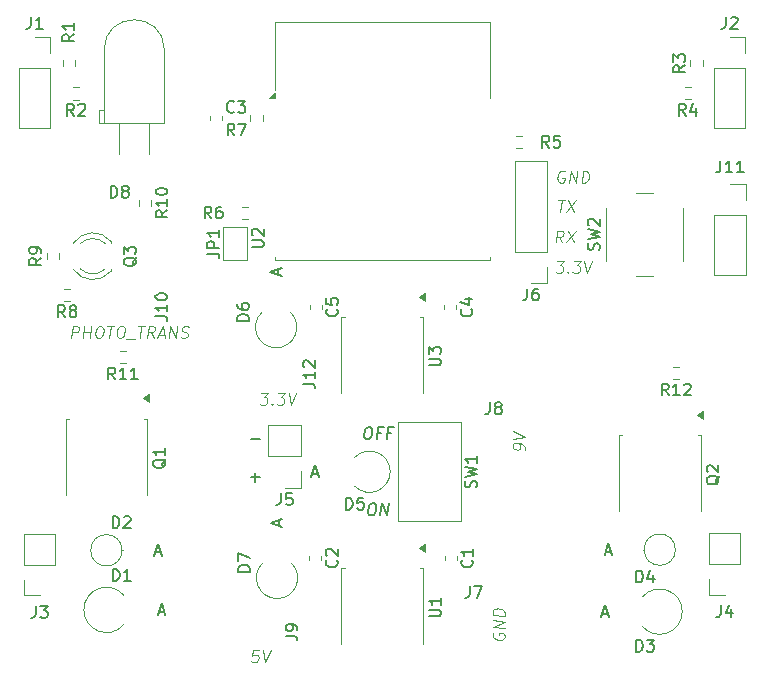
<source format=gbr>
%TF.GenerationSoftware,KiCad,Pcbnew,9.0.4*%
%TF.CreationDate,2025-09-10T21:21:39+09:00*%
%TF.ProjectId,ltr,6c74722e-6b69-4636-9164-5f7063625858,rev?*%
%TF.SameCoordinates,Original*%
%TF.FileFunction,Legend,Top*%
%TF.FilePolarity,Positive*%
%FSLAX46Y46*%
G04 Gerber Fmt 4.6, Leading zero omitted, Abs format (unit mm)*
G04 Created by KiCad (PCBNEW 9.0.4) date 2025-09-10 21:21:39*
%MOMM*%
%LPD*%
G01*
G04 APERTURE LIST*
%ADD10C,0.100000*%
%ADD11C,0.200000*%
%ADD12C,0.150000*%
%ADD13C,0.120000*%
G04 APERTURE END LIST*
D10*
X5664285Y-27682419D02*
X5789285Y-26682419D01*
X5789285Y-26682419D02*
X6170238Y-26682419D01*
X6170238Y-26682419D02*
X6259523Y-26730038D01*
X6259523Y-26730038D02*
X6301190Y-26777657D01*
X6301190Y-26777657D02*
X6336904Y-26872895D01*
X6336904Y-26872895D02*
X6319047Y-27015752D01*
X6319047Y-27015752D02*
X6259523Y-27110990D01*
X6259523Y-27110990D02*
X6205952Y-27158609D01*
X6205952Y-27158609D02*
X6104762Y-27206228D01*
X6104762Y-27206228D02*
X5723809Y-27206228D01*
X6664285Y-27682419D02*
X6789285Y-26682419D01*
X6729762Y-27158609D02*
X7301190Y-27158609D01*
X7235714Y-27682419D02*
X7360714Y-26682419D01*
X8027381Y-26682419D02*
X8217857Y-26682419D01*
X8217857Y-26682419D02*
X8307142Y-26730038D01*
X8307142Y-26730038D02*
X8390476Y-26825276D01*
X8390476Y-26825276D02*
X8414285Y-27015752D01*
X8414285Y-27015752D02*
X8372619Y-27349085D01*
X8372619Y-27349085D02*
X8301190Y-27539561D01*
X8301190Y-27539561D02*
X8194047Y-27634800D01*
X8194047Y-27634800D02*
X8092857Y-27682419D01*
X8092857Y-27682419D02*
X7902381Y-27682419D01*
X7902381Y-27682419D02*
X7813095Y-27634800D01*
X7813095Y-27634800D02*
X7729762Y-27539561D01*
X7729762Y-27539561D02*
X7705952Y-27349085D01*
X7705952Y-27349085D02*
X7747619Y-27015752D01*
X7747619Y-27015752D02*
X7819047Y-26825276D01*
X7819047Y-26825276D02*
X7926190Y-26730038D01*
X7926190Y-26730038D02*
X8027381Y-26682419D01*
X8741666Y-26682419D02*
X9313095Y-26682419D01*
X8902381Y-27682419D02*
X9027381Y-26682419D01*
X9836905Y-26682419D02*
X10027381Y-26682419D01*
X10027381Y-26682419D02*
X10116666Y-26730038D01*
X10116666Y-26730038D02*
X10200000Y-26825276D01*
X10200000Y-26825276D02*
X10223809Y-27015752D01*
X10223809Y-27015752D02*
X10182143Y-27349085D01*
X10182143Y-27349085D02*
X10110714Y-27539561D01*
X10110714Y-27539561D02*
X10003571Y-27634800D01*
X10003571Y-27634800D02*
X9902381Y-27682419D01*
X9902381Y-27682419D02*
X9711905Y-27682419D01*
X9711905Y-27682419D02*
X9622619Y-27634800D01*
X9622619Y-27634800D02*
X9539286Y-27539561D01*
X9539286Y-27539561D02*
X9515476Y-27349085D01*
X9515476Y-27349085D02*
X9557143Y-27015752D01*
X9557143Y-27015752D02*
X9628571Y-26825276D01*
X9628571Y-26825276D02*
X9735714Y-26730038D01*
X9735714Y-26730038D02*
X9836905Y-26682419D01*
X10319047Y-27777657D02*
X11080952Y-27777657D01*
X11313095Y-26682419D02*
X11884524Y-26682419D01*
X11473810Y-27682419D02*
X11598810Y-26682419D01*
X12664286Y-27682419D02*
X12390476Y-27206228D01*
X12092857Y-27682419D02*
X12217857Y-26682419D01*
X12217857Y-26682419D02*
X12598810Y-26682419D01*
X12598810Y-26682419D02*
X12688095Y-26730038D01*
X12688095Y-26730038D02*
X12729762Y-26777657D01*
X12729762Y-26777657D02*
X12765476Y-26872895D01*
X12765476Y-26872895D02*
X12747619Y-27015752D01*
X12747619Y-27015752D02*
X12688095Y-27110990D01*
X12688095Y-27110990D02*
X12634524Y-27158609D01*
X12634524Y-27158609D02*
X12533334Y-27206228D01*
X12533334Y-27206228D02*
X12152381Y-27206228D01*
X13080953Y-27396704D02*
X13557143Y-27396704D01*
X12950000Y-27682419D02*
X13408334Y-26682419D01*
X13408334Y-26682419D02*
X13616667Y-27682419D01*
X13950000Y-27682419D02*
X14075000Y-26682419D01*
X14075000Y-26682419D02*
X14521429Y-27682419D01*
X14521429Y-27682419D02*
X14646429Y-26682419D01*
X14955953Y-27634800D02*
X15092857Y-27682419D01*
X15092857Y-27682419D02*
X15330953Y-27682419D01*
X15330953Y-27682419D02*
X15432143Y-27634800D01*
X15432143Y-27634800D02*
X15485715Y-27587180D01*
X15485715Y-27587180D02*
X15545238Y-27491942D01*
X15545238Y-27491942D02*
X15557143Y-27396704D01*
X15557143Y-27396704D02*
X15521429Y-27301466D01*
X15521429Y-27301466D02*
X15479762Y-27253847D01*
X15479762Y-27253847D02*
X15390477Y-27206228D01*
X15390477Y-27206228D02*
X15205953Y-27158609D01*
X15205953Y-27158609D02*
X15116667Y-27110990D01*
X15116667Y-27110990D02*
X15075000Y-27063371D01*
X15075000Y-27063371D02*
X15039286Y-26968133D01*
X15039286Y-26968133D02*
X15051191Y-26872895D01*
X15051191Y-26872895D02*
X15110715Y-26777657D01*
X15110715Y-26777657D02*
X15164286Y-26730038D01*
X15164286Y-26730038D02*
X15265477Y-26682419D01*
X15265477Y-26682419D02*
X15503572Y-26682419D01*
X15503572Y-26682419D02*
X15640477Y-26730038D01*
X46907142Y-16032419D02*
X47478571Y-16032419D01*
X47067857Y-17032419D02*
X47192857Y-16032419D01*
X47716666Y-16032419D02*
X48258333Y-17032419D01*
X48383333Y-16032419D02*
X47591666Y-17032419D01*
X21742857Y-32332419D02*
X22361905Y-32332419D01*
X22361905Y-32332419D02*
X21980953Y-32713371D01*
X21980953Y-32713371D02*
X22123810Y-32713371D01*
X22123810Y-32713371D02*
X22213095Y-32760990D01*
X22213095Y-32760990D02*
X22254762Y-32808609D01*
X22254762Y-32808609D02*
X22290476Y-32903847D01*
X22290476Y-32903847D02*
X22260714Y-33141942D01*
X22260714Y-33141942D02*
X22201191Y-33237180D01*
X22201191Y-33237180D02*
X22147619Y-33284800D01*
X22147619Y-33284800D02*
X22046429Y-33332419D01*
X22046429Y-33332419D02*
X21760714Y-33332419D01*
X21760714Y-33332419D02*
X21671429Y-33284800D01*
X21671429Y-33284800D02*
X21629762Y-33237180D01*
X22677381Y-33237180D02*
X22719048Y-33284800D01*
X22719048Y-33284800D02*
X22665476Y-33332419D01*
X22665476Y-33332419D02*
X22623810Y-33284800D01*
X22623810Y-33284800D02*
X22677381Y-33237180D01*
X22677381Y-33237180D02*
X22665476Y-33332419D01*
X23171428Y-32332419D02*
X23790476Y-32332419D01*
X23790476Y-32332419D02*
X23409524Y-32713371D01*
X23409524Y-32713371D02*
X23552381Y-32713371D01*
X23552381Y-32713371D02*
X23641666Y-32760990D01*
X23641666Y-32760990D02*
X23683333Y-32808609D01*
X23683333Y-32808609D02*
X23719047Y-32903847D01*
X23719047Y-32903847D02*
X23689285Y-33141942D01*
X23689285Y-33141942D02*
X23629762Y-33237180D01*
X23629762Y-33237180D02*
X23576190Y-33284800D01*
X23576190Y-33284800D02*
X23475000Y-33332419D01*
X23475000Y-33332419D02*
X23189285Y-33332419D01*
X23189285Y-33332419D02*
X23100000Y-33284800D01*
X23100000Y-33284800D02*
X23058333Y-33237180D01*
X24076190Y-32332419D02*
X24284524Y-33332419D01*
X24284524Y-33332419D02*
X24742857Y-32332419D01*
X41405038Y-52623809D02*
X41357419Y-52713094D01*
X41357419Y-52713094D02*
X41357419Y-52855951D01*
X41357419Y-52855951D02*
X41405038Y-53004761D01*
X41405038Y-53004761D02*
X41500276Y-53111904D01*
X41500276Y-53111904D02*
X41595514Y-53171428D01*
X41595514Y-53171428D02*
X41785990Y-53242856D01*
X41785990Y-53242856D02*
X41928847Y-53260713D01*
X41928847Y-53260713D02*
X42119323Y-53236904D01*
X42119323Y-53236904D02*
X42214561Y-53201189D01*
X42214561Y-53201189D02*
X42309800Y-53117856D01*
X42309800Y-53117856D02*
X42357419Y-52980951D01*
X42357419Y-52980951D02*
X42357419Y-52885713D01*
X42357419Y-52885713D02*
X42309800Y-52736904D01*
X42309800Y-52736904D02*
X42262180Y-52683332D01*
X42262180Y-52683332D02*
X41928847Y-52641666D01*
X41928847Y-52641666D02*
X41928847Y-52832142D01*
X42357419Y-52266666D02*
X41357419Y-52141666D01*
X41357419Y-52141666D02*
X42357419Y-51695237D01*
X42357419Y-51695237D02*
X41357419Y-51570237D01*
X42357419Y-51219047D02*
X41357419Y-51094047D01*
X41357419Y-51094047D02*
X41357419Y-50855951D01*
X41357419Y-50855951D02*
X41405038Y-50719047D01*
X41405038Y-50719047D02*
X41500276Y-50635713D01*
X41500276Y-50635713D02*
X41595514Y-50599999D01*
X41595514Y-50599999D02*
X41785990Y-50576190D01*
X41785990Y-50576190D02*
X41928847Y-50594047D01*
X41928847Y-50594047D02*
X42119323Y-50665475D01*
X42119323Y-50665475D02*
X42214561Y-50724999D01*
X42214561Y-50724999D02*
X42309800Y-50832142D01*
X42309800Y-50832142D02*
X42357419Y-50980951D01*
X42357419Y-50980951D02*
X42357419Y-51219047D01*
D11*
X20869048Y-36261322D02*
X21630953Y-36261322D01*
X20869048Y-39481210D02*
X21630953Y-39481210D01*
X21250000Y-39862163D02*
X21250000Y-39100258D01*
D10*
X47252381Y-19582419D02*
X46978571Y-19106228D01*
X46680952Y-19582419D02*
X46805952Y-18582419D01*
X46805952Y-18582419D02*
X47186905Y-18582419D01*
X47186905Y-18582419D02*
X47276190Y-18630038D01*
X47276190Y-18630038D02*
X47317857Y-18677657D01*
X47317857Y-18677657D02*
X47353571Y-18772895D01*
X47353571Y-18772895D02*
X47335714Y-18915752D01*
X47335714Y-18915752D02*
X47276190Y-19010990D01*
X47276190Y-19010990D02*
X47222619Y-19058609D01*
X47222619Y-19058609D02*
X47121429Y-19106228D01*
X47121429Y-19106228D02*
X46740476Y-19106228D01*
X47710714Y-18582419D02*
X48252381Y-19582419D01*
X48377381Y-18582419D02*
X47585714Y-19582419D01*
D11*
X30791667Y-35232331D02*
X30982143Y-35232331D01*
X30982143Y-35232331D02*
X31071428Y-35279950D01*
X31071428Y-35279950D02*
X31154762Y-35375188D01*
X31154762Y-35375188D02*
X31178571Y-35565664D01*
X31178571Y-35565664D02*
X31136905Y-35898997D01*
X31136905Y-35898997D02*
X31065476Y-36089473D01*
X31065476Y-36089473D02*
X30958333Y-36184712D01*
X30958333Y-36184712D02*
X30857143Y-36232331D01*
X30857143Y-36232331D02*
X30666667Y-36232331D01*
X30666667Y-36232331D02*
X30577381Y-36184712D01*
X30577381Y-36184712D02*
X30494048Y-36089473D01*
X30494048Y-36089473D02*
X30470238Y-35898997D01*
X30470238Y-35898997D02*
X30511905Y-35565664D01*
X30511905Y-35565664D02*
X30583333Y-35375188D01*
X30583333Y-35375188D02*
X30690476Y-35279950D01*
X30690476Y-35279950D02*
X30791667Y-35232331D01*
X31922619Y-35708521D02*
X31589286Y-35708521D01*
X31523809Y-36232331D02*
X31648809Y-35232331D01*
X31648809Y-35232331D02*
X32125000Y-35232331D01*
X32779762Y-35708521D02*
X32446429Y-35708521D01*
X32380952Y-36232331D02*
X32505952Y-35232331D01*
X32505952Y-35232331D02*
X32982143Y-35232331D01*
X31125000Y-41672107D02*
X31315476Y-41672107D01*
X31315476Y-41672107D02*
X31404761Y-41719726D01*
X31404761Y-41719726D02*
X31488095Y-41814964D01*
X31488095Y-41814964D02*
X31511904Y-42005440D01*
X31511904Y-42005440D02*
X31470238Y-42338773D01*
X31470238Y-42338773D02*
X31398809Y-42529249D01*
X31398809Y-42529249D02*
X31291666Y-42624488D01*
X31291666Y-42624488D02*
X31190476Y-42672107D01*
X31190476Y-42672107D02*
X31000000Y-42672107D01*
X31000000Y-42672107D02*
X30910714Y-42624488D01*
X30910714Y-42624488D02*
X30827381Y-42529249D01*
X30827381Y-42529249D02*
X30803571Y-42338773D01*
X30803571Y-42338773D02*
X30845238Y-42005440D01*
X30845238Y-42005440D02*
X30916666Y-41814964D01*
X30916666Y-41814964D02*
X31023809Y-41719726D01*
X31023809Y-41719726D02*
X31125000Y-41672107D01*
X31857142Y-42672107D02*
X31982142Y-41672107D01*
X31982142Y-41672107D02*
X32428571Y-42672107D01*
X32428571Y-42672107D02*
X32553571Y-41672107D01*
D10*
X21553571Y-54132419D02*
X21077380Y-54132419D01*
X21077380Y-54132419D02*
X20970238Y-54608609D01*
X20970238Y-54608609D02*
X21023809Y-54560990D01*
X21023809Y-54560990D02*
X21124999Y-54513371D01*
X21124999Y-54513371D02*
X21363095Y-54513371D01*
X21363095Y-54513371D02*
X21452380Y-54560990D01*
X21452380Y-54560990D02*
X21494047Y-54608609D01*
X21494047Y-54608609D02*
X21529761Y-54703847D01*
X21529761Y-54703847D02*
X21499999Y-54941942D01*
X21499999Y-54941942D02*
X21440476Y-55037180D01*
X21440476Y-55037180D02*
X21386904Y-55084800D01*
X21386904Y-55084800D02*
X21285714Y-55132419D01*
X21285714Y-55132419D02*
X21047618Y-55132419D01*
X21047618Y-55132419D02*
X20958333Y-55084800D01*
X20958333Y-55084800D02*
X20916666Y-55037180D01*
X21886904Y-54132419D02*
X22095238Y-55132419D01*
X22095238Y-55132419D02*
X22553571Y-54132419D01*
X44057419Y-37125000D02*
X44057419Y-36934523D01*
X44057419Y-36934523D02*
X44009800Y-36833333D01*
X44009800Y-36833333D02*
X43962180Y-36779762D01*
X43962180Y-36779762D02*
X43819323Y-36666666D01*
X43819323Y-36666666D02*
X43628847Y-36595238D01*
X43628847Y-36595238D02*
X43247895Y-36547619D01*
X43247895Y-36547619D02*
X43152657Y-36583333D01*
X43152657Y-36583333D02*
X43105038Y-36625000D01*
X43105038Y-36625000D02*
X43057419Y-36714285D01*
X43057419Y-36714285D02*
X43057419Y-36904762D01*
X43057419Y-36904762D02*
X43105038Y-37005952D01*
X43105038Y-37005952D02*
X43152657Y-37059523D01*
X43152657Y-37059523D02*
X43247895Y-37119047D01*
X43247895Y-37119047D02*
X43485990Y-37148809D01*
X43485990Y-37148809D02*
X43581228Y-37113095D01*
X43581228Y-37113095D02*
X43628847Y-37071428D01*
X43628847Y-37071428D02*
X43676466Y-36982142D01*
X43676466Y-36982142D02*
X43676466Y-36791666D01*
X43676466Y-36791666D02*
X43628847Y-36690476D01*
X43628847Y-36690476D02*
X43581228Y-36636904D01*
X43581228Y-36636904D02*
X43485990Y-36577381D01*
X43057419Y-36238095D02*
X44057419Y-36029761D01*
X44057419Y-36029761D02*
X43057419Y-35571428D01*
X47476191Y-13580038D02*
X47386905Y-13532419D01*
X47386905Y-13532419D02*
X47244048Y-13532419D01*
X47244048Y-13532419D02*
X47095238Y-13580038D01*
X47095238Y-13580038D02*
X46988095Y-13675276D01*
X46988095Y-13675276D02*
X46928571Y-13770514D01*
X46928571Y-13770514D02*
X46857143Y-13960990D01*
X46857143Y-13960990D02*
X46839286Y-14103847D01*
X46839286Y-14103847D02*
X46863095Y-14294323D01*
X46863095Y-14294323D02*
X46898810Y-14389561D01*
X46898810Y-14389561D02*
X46982143Y-14484800D01*
X46982143Y-14484800D02*
X47119048Y-14532419D01*
X47119048Y-14532419D02*
X47214286Y-14532419D01*
X47214286Y-14532419D02*
X47363095Y-14484800D01*
X47363095Y-14484800D02*
X47416667Y-14437180D01*
X47416667Y-14437180D02*
X47458333Y-14103847D01*
X47458333Y-14103847D02*
X47267857Y-14103847D01*
X47833333Y-14532419D02*
X47958333Y-13532419D01*
X47958333Y-13532419D02*
X48404762Y-14532419D01*
X48404762Y-14532419D02*
X48529762Y-13532419D01*
X48880952Y-14532419D02*
X49005952Y-13532419D01*
X49005952Y-13532419D02*
X49244048Y-13532419D01*
X49244048Y-13532419D02*
X49380952Y-13580038D01*
X49380952Y-13580038D02*
X49464286Y-13675276D01*
X49464286Y-13675276D02*
X49500000Y-13770514D01*
X49500000Y-13770514D02*
X49523810Y-13960990D01*
X49523810Y-13960990D02*
X49505952Y-14103847D01*
X49505952Y-14103847D02*
X49434524Y-14294323D01*
X49434524Y-14294323D02*
X49375000Y-14389561D01*
X49375000Y-14389561D02*
X49267857Y-14484800D01*
X49267857Y-14484800D02*
X49119048Y-14532419D01*
X49119048Y-14532419D02*
X48880952Y-14532419D01*
X46792857Y-21157419D02*
X47411905Y-21157419D01*
X47411905Y-21157419D02*
X47030953Y-21538371D01*
X47030953Y-21538371D02*
X47173810Y-21538371D01*
X47173810Y-21538371D02*
X47263095Y-21585990D01*
X47263095Y-21585990D02*
X47304762Y-21633609D01*
X47304762Y-21633609D02*
X47340476Y-21728847D01*
X47340476Y-21728847D02*
X47310714Y-21966942D01*
X47310714Y-21966942D02*
X47251191Y-22062180D01*
X47251191Y-22062180D02*
X47197619Y-22109800D01*
X47197619Y-22109800D02*
X47096429Y-22157419D01*
X47096429Y-22157419D02*
X46810714Y-22157419D01*
X46810714Y-22157419D02*
X46721429Y-22109800D01*
X46721429Y-22109800D02*
X46679762Y-22062180D01*
X47727381Y-22062180D02*
X47769048Y-22109800D01*
X47769048Y-22109800D02*
X47715476Y-22157419D01*
X47715476Y-22157419D02*
X47673810Y-22109800D01*
X47673810Y-22109800D02*
X47727381Y-22062180D01*
X47727381Y-22062180D02*
X47715476Y-22157419D01*
X48221428Y-21157419D02*
X48840476Y-21157419D01*
X48840476Y-21157419D02*
X48459524Y-21538371D01*
X48459524Y-21538371D02*
X48602381Y-21538371D01*
X48602381Y-21538371D02*
X48691666Y-21585990D01*
X48691666Y-21585990D02*
X48733333Y-21633609D01*
X48733333Y-21633609D02*
X48769047Y-21728847D01*
X48769047Y-21728847D02*
X48739285Y-21966942D01*
X48739285Y-21966942D02*
X48679762Y-22062180D01*
X48679762Y-22062180D02*
X48626190Y-22109800D01*
X48626190Y-22109800D02*
X48525000Y-22157419D01*
X48525000Y-22157419D02*
X48239285Y-22157419D01*
X48239285Y-22157419D02*
X48150000Y-22109800D01*
X48150000Y-22109800D02*
X48108333Y-22062180D01*
X49126190Y-21157419D02*
X49334524Y-22157419D01*
X49334524Y-22157419D02*
X49792857Y-21157419D01*
D12*
X39589580Y-46479166D02*
X39637200Y-46526785D01*
X39637200Y-46526785D02*
X39684819Y-46669642D01*
X39684819Y-46669642D02*
X39684819Y-46764880D01*
X39684819Y-46764880D02*
X39637200Y-46907737D01*
X39637200Y-46907737D02*
X39541961Y-47002975D01*
X39541961Y-47002975D02*
X39446723Y-47050594D01*
X39446723Y-47050594D02*
X39256247Y-47098213D01*
X39256247Y-47098213D02*
X39113390Y-47098213D01*
X39113390Y-47098213D02*
X38922914Y-47050594D01*
X38922914Y-47050594D02*
X38827676Y-47002975D01*
X38827676Y-47002975D02*
X38732438Y-46907737D01*
X38732438Y-46907737D02*
X38684819Y-46764880D01*
X38684819Y-46764880D02*
X38684819Y-46669642D01*
X38684819Y-46669642D02*
X38732438Y-46526785D01*
X38732438Y-46526785D02*
X38780057Y-46479166D01*
X39684819Y-45526785D02*
X39684819Y-46098213D01*
X39684819Y-45812499D02*
X38684819Y-45812499D01*
X38684819Y-45812499D02*
X38827676Y-45907737D01*
X38827676Y-45907737D02*
X38922914Y-46002975D01*
X38922914Y-46002975D02*
X38970533Y-46098213D01*
X20804184Y-47458094D02*
X19804184Y-47458094D01*
X19804184Y-47458094D02*
X19804184Y-47219999D01*
X19804184Y-47219999D02*
X19851803Y-47077142D01*
X19851803Y-47077142D02*
X19947041Y-46981904D01*
X19947041Y-46981904D02*
X20042279Y-46934285D01*
X20042279Y-46934285D02*
X20232755Y-46886666D01*
X20232755Y-46886666D02*
X20375612Y-46886666D01*
X20375612Y-46886666D02*
X20566088Y-46934285D01*
X20566088Y-46934285D02*
X20661326Y-46981904D01*
X20661326Y-46981904D02*
X20756565Y-47077142D01*
X20756565Y-47077142D02*
X20804184Y-47219999D01*
X20804184Y-47219999D02*
X20804184Y-47458094D01*
X19804184Y-46553332D02*
X19804184Y-45886666D01*
X19804184Y-45886666D02*
X20804184Y-46315237D01*
X23269104Y-43588094D02*
X23269104Y-43111904D01*
X23554819Y-43683332D02*
X22554819Y-43349999D01*
X22554819Y-43349999D02*
X23554819Y-43016666D01*
X28139580Y-46479166D02*
X28187200Y-46526785D01*
X28187200Y-46526785D02*
X28234819Y-46669642D01*
X28234819Y-46669642D02*
X28234819Y-46764880D01*
X28234819Y-46764880D02*
X28187200Y-46907737D01*
X28187200Y-46907737D02*
X28091961Y-47002975D01*
X28091961Y-47002975D02*
X27996723Y-47050594D01*
X27996723Y-47050594D02*
X27806247Y-47098213D01*
X27806247Y-47098213D02*
X27663390Y-47098213D01*
X27663390Y-47098213D02*
X27472914Y-47050594D01*
X27472914Y-47050594D02*
X27377676Y-47002975D01*
X27377676Y-47002975D02*
X27282438Y-46907737D01*
X27282438Y-46907737D02*
X27234819Y-46764880D01*
X27234819Y-46764880D02*
X27234819Y-46669642D01*
X27234819Y-46669642D02*
X27282438Y-46526785D01*
X27282438Y-46526785D02*
X27330057Y-46479166D01*
X27330057Y-46098213D02*
X27282438Y-46050594D01*
X27282438Y-46050594D02*
X27234819Y-45955356D01*
X27234819Y-45955356D02*
X27234819Y-45717261D01*
X27234819Y-45717261D02*
X27282438Y-45622023D01*
X27282438Y-45622023D02*
X27330057Y-45574404D01*
X27330057Y-45574404D02*
X27425295Y-45526785D01*
X27425295Y-45526785D02*
X27520533Y-45526785D01*
X27520533Y-45526785D02*
X27663390Y-45574404D01*
X27663390Y-45574404D02*
X28234819Y-46145832D01*
X28234819Y-46145832D02*
X28234819Y-45526785D01*
X19483333Y-10529819D02*
X19150000Y-10053628D01*
X18911905Y-10529819D02*
X18911905Y-9529819D01*
X18911905Y-9529819D02*
X19292857Y-9529819D01*
X19292857Y-9529819D02*
X19388095Y-9577438D01*
X19388095Y-9577438D02*
X19435714Y-9625057D01*
X19435714Y-9625057D02*
X19483333Y-9720295D01*
X19483333Y-9720295D02*
X19483333Y-9863152D01*
X19483333Y-9863152D02*
X19435714Y-9958390D01*
X19435714Y-9958390D02*
X19388095Y-10006009D01*
X19388095Y-10006009D02*
X19292857Y-10053628D01*
X19292857Y-10053628D02*
X18911905Y-10053628D01*
X19816667Y-9529819D02*
X20483333Y-9529819D01*
X20483333Y-9529819D02*
X20054762Y-10529819D01*
X57695833Y-8854819D02*
X57362500Y-8378628D01*
X57124405Y-8854819D02*
X57124405Y-7854819D01*
X57124405Y-7854819D02*
X57505357Y-7854819D01*
X57505357Y-7854819D02*
X57600595Y-7902438D01*
X57600595Y-7902438D02*
X57648214Y-7950057D01*
X57648214Y-7950057D02*
X57695833Y-8045295D01*
X57695833Y-8045295D02*
X57695833Y-8188152D01*
X57695833Y-8188152D02*
X57648214Y-8283390D01*
X57648214Y-8283390D02*
X57600595Y-8331009D01*
X57600595Y-8331009D02*
X57505357Y-8378628D01*
X57505357Y-8378628D02*
X57124405Y-8378628D01*
X58552976Y-8188152D02*
X58552976Y-8854819D01*
X58314881Y-7807200D02*
X58076786Y-8521485D01*
X58076786Y-8521485D02*
X58695833Y-8521485D01*
X25304819Y-31534523D02*
X26019104Y-31534523D01*
X26019104Y-31534523D02*
X26161961Y-31582142D01*
X26161961Y-31582142D02*
X26257200Y-31677380D01*
X26257200Y-31677380D02*
X26304819Y-31820237D01*
X26304819Y-31820237D02*
X26304819Y-31915475D01*
X26304819Y-30534523D02*
X26304819Y-31105951D01*
X26304819Y-30820237D02*
X25304819Y-30820237D01*
X25304819Y-30820237D02*
X25447676Y-30915475D01*
X25447676Y-30915475D02*
X25542914Y-31010713D01*
X25542914Y-31010713D02*
X25590533Y-31105951D01*
X25400057Y-30153570D02*
X25352438Y-30105951D01*
X25352438Y-30105951D02*
X25304819Y-30010713D01*
X25304819Y-30010713D02*
X25304819Y-29772618D01*
X25304819Y-29772618D02*
X25352438Y-29677380D01*
X25352438Y-29677380D02*
X25400057Y-29629761D01*
X25400057Y-29629761D02*
X25495295Y-29582142D01*
X25495295Y-29582142D02*
X25590533Y-29582142D01*
X25590533Y-29582142D02*
X25733390Y-29629761D01*
X25733390Y-29629761D02*
X26304819Y-30201189D01*
X26304819Y-30201189D02*
X26304819Y-29582142D01*
X2666666Y-50364819D02*
X2666666Y-51079104D01*
X2666666Y-51079104D02*
X2619047Y-51221961D01*
X2619047Y-51221961D02*
X2523809Y-51317200D01*
X2523809Y-51317200D02*
X2380952Y-51364819D01*
X2380952Y-51364819D02*
X2285714Y-51364819D01*
X3047619Y-50364819D02*
X3666666Y-50364819D01*
X3666666Y-50364819D02*
X3333333Y-50745771D01*
X3333333Y-50745771D02*
X3476190Y-50745771D01*
X3476190Y-50745771D02*
X3571428Y-50793390D01*
X3571428Y-50793390D02*
X3619047Y-50841009D01*
X3619047Y-50841009D02*
X3666666Y-50936247D01*
X3666666Y-50936247D02*
X3666666Y-51174342D01*
X3666666Y-51174342D02*
X3619047Y-51269580D01*
X3619047Y-51269580D02*
X3571428Y-51317200D01*
X3571428Y-51317200D02*
X3476190Y-51364819D01*
X3476190Y-51364819D02*
X3190476Y-51364819D01*
X3190476Y-51364819D02*
X3095238Y-51317200D01*
X3095238Y-51317200D02*
X3047619Y-51269580D01*
X12804819Y-25859523D02*
X13519104Y-25859523D01*
X13519104Y-25859523D02*
X13661961Y-25907142D01*
X13661961Y-25907142D02*
X13757200Y-26002380D01*
X13757200Y-26002380D02*
X13804819Y-26145237D01*
X13804819Y-26145237D02*
X13804819Y-26240475D01*
X13804819Y-24859523D02*
X13804819Y-25430951D01*
X13804819Y-25145237D02*
X12804819Y-25145237D01*
X12804819Y-25145237D02*
X12947676Y-25240475D01*
X12947676Y-25240475D02*
X13042914Y-25335713D01*
X13042914Y-25335713D02*
X13090533Y-25430951D01*
X12804819Y-24240475D02*
X12804819Y-24145237D01*
X12804819Y-24145237D02*
X12852438Y-24049999D01*
X12852438Y-24049999D02*
X12900057Y-24002380D01*
X12900057Y-24002380D02*
X12995295Y-23954761D01*
X12995295Y-23954761D02*
X13185771Y-23907142D01*
X13185771Y-23907142D02*
X13423866Y-23907142D01*
X13423866Y-23907142D02*
X13614342Y-23954761D01*
X13614342Y-23954761D02*
X13709580Y-24002380D01*
X13709580Y-24002380D02*
X13757200Y-24049999D01*
X13757200Y-24049999D02*
X13804819Y-24145237D01*
X13804819Y-24145237D02*
X13804819Y-24240475D01*
X13804819Y-24240475D02*
X13757200Y-24335713D01*
X13757200Y-24335713D02*
X13709580Y-24383332D01*
X13709580Y-24383332D02*
X13614342Y-24430951D01*
X13614342Y-24430951D02*
X13423866Y-24478570D01*
X13423866Y-24478570D02*
X13185771Y-24478570D01*
X13185771Y-24478570D02*
X12995295Y-24430951D01*
X12995295Y-24430951D02*
X12900057Y-24383332D01*
X12900057Y-24383332D02*
X12852438Y-24335713D01*
X12852438Y-24335713D02*
X12804819Y-24240475D01*
X11230057Y-20850238D02*
X11182438Y-20945476D01*
X11182438Y-20945476D02*
X11087200Y-21040714D01*
X11087200Y-21040714D02*
X10944342Y-21183571D01*
X10944342Y-21183571D02*
X10896723Y-21278809D01*
X10896723Y-21278809D02*
X10896723Y-21374047D01*
X11134819Y-21326428D02*
X11087200Y-21421666D01*
X11087200Y-21421666D02*
X10991961Y-21516904D01*
X10991961Y-21516904D02*
X10801485Y-21564523D01*
X10801485Y-21564523D02*
X10468152Y-21564523D01*
X10468152Y-21564523D02*
X10277676Y-21516904D01*
X10277676Y-21516904D02*
X10182438Y-21421666D01*
X10182438Y-21421666D02*
X10134819Y-21326428D01*
X10134819Y-21326428D02*
X10134819Y-21135952D01*
X10134819Y-21135952D02*
X10182438Y-21040714D01*
X10182438Y-21040714D02*
X10277676Y-20945476D01*
X10277676Y-20945476D02*
X10468152Y-20897857D01*
X10468152Y-20897857D02*
X10801485Y-20897857D01*
X10801485Y-20897857D02*
X10991961Y-20945476D01*
X10991961Y-20945476D02*
X11087200Y-21040714D01*
X11087200Y-21040714D02*
X11134819Y-21135952D01*
X11134819Y-21135952D02*
X11134819Y-21326428D01*
X10134819Y-20564523D02*
X10134819Y-19945476D01*
X10134819Y-19945476D02*
X10515771Y-20278809D01*
X10515771Y-20278809D02*
X10515771Y-20135952D01*
X10515771Y-20135952D02*
X10563390Y-20040714D01*
X10563390Y-20040714D02*
X10611009Y-19993095D01*
X10611009Y-19993095D02*
X10706247Y-19945476D01*
X10706247Y-19945476D02*
X10944342Y-19945476D01*
X10944342Y-19945476D02*
X11039580Y-19993095D01*
X11039580Y-19993095D02*
X11087200Y-20040714D01*
X11087200Y-20040714D02*
X11134819Y-20135952D01*
X11134819Y-20135952D02*
X11134819Y-20421666D01*
X11134819Y-20421666D02*
X11087200Y-20516904D01*
X11087200Y-20516904D02*
X11039580Y-20564523D01*
X13809819Y-16880357D02*
X13333628Y-17213690D01*
X13809819Y-17451785D02*
X12809819Y-17451785D01*
X12809819Y-17451785D02*
X12809819Y-17070833D01*
X12809819Y-17070833D02*
X12857438Y-16975595D01*
X12857438Y-16975595D02*
X12905057Y-16927976D01*
X12905057Y-16927976D02*
X13000295Y-16880357D01*
X13000295Y-16880357D02*
X13143152Y-16880357D01*
X13143152Y-16880357D02*
X13238390Y-16927976D01*
X13238390Y-16927976D02*
X13286009Y-16975595D01*
X13286009Y-16975595D02*
X13333628Y-17070833D01*
X13333628Y-17070833D02*
X13333628Y-17451785D01*
X13809819Y-15927976D02*
X13809819Y-16499404D01*
X13809819Y-16213690D02*
X12809819Y-16213690D01*
X12809819Y-16213690D02*
X12952676Y-16308928D01*
X12952676Y-16308928D02*
X13047914Y-16404166D01*
X13047914Y-16404166D02*
X13095533Y-16499404D01*
X12809819Y-15308928D02*
X12809819Y-15213690D01*
X12809819Y-15213690D02*
X12857438Y-15118452D01*
X12857438Y-15118452D02*
X12905057Y-15070833D01*
X12905057Y-15070833D02*
X13000295Y-15023214D01*
X13000295Y-15023214D02*
X13190771Y-14975595D01*
X13190771Y-14975595D02*
X13428866Y-14975595D01*
X13428866Y-14975595D02*
X13619342Y-15023214D01*
X13619342Y-15023214D02*
X13714580Y-15070833D01*
X13714580Y-15070833D02*
X13762200Y-15118452D01*
X13762200Y-15118452D02*
X13809819Y-15213690D01*
X13809819Y-15213690D02*
X13809819Y-15308928D01*
X13809819Y-15308928D02*
X13762200Y-15404166D01*
X13762200Y-15404166D02*
X13714580Y-15451785D01*
X13714580Y-15451785D02*
X13619342Y-15499404D01*
X13619342Y-15499404D02*
X13428866Y-15547023D01*
X13428866Y-15547023D02*
X13190771Y-15547023D01*
X13190771Y-15547023D02*
X13000295Y-15499404D01*
X13000295Y-15499404D02*
X12905057Y-15451785D01*
X12905057Y-15451785D02*
X12857438Y-15404166D01*
X12857438Y-15404166D02*
X12809819Y-15308928D01*
X2241666Y-504819D02*
X2241666Y-1219104D01*
X2241666Y-1219104D02*
X2194047Y-1361961D01*
X2194047Y-1361961D02*
X2098809Y-1457200D01*
X2098809Y-1457200D02*
X1955952Y-1504819D01*
X1955952Y-1504819D02*
X1860714Y-1504819D01*
X3241666Y-1504819D02*
X2670238Y-1504819D01*
X2955952Y-1504819D02*
X2955952Y-504819D01*
X2955952Y-504819D02*
X2860714Y-647676D01*
X2860714Y-647676D02*
X2765476Y-742914D01*
X2765476Y-742914D02*
X2670238Y-790533D01*
X5150833Y-25914819D02*
X4817500Y-25438628D01*
X4579405Y-25914819D02*
X4579405Y-24914819D01*
X4579405Y-24914819D02*
X4960357Y-24914819D01*
X4960357Y-24914819D02*
X5055595Y-24962438D01*
X5055595Y-24962438D02*
X5103214Y-25010057D01*
X5103214Y-25010057D02*
X5150833Y-25105295D01*
X5150833Y-25105295D02*
X5150833Y-25248152D01*
X5150833Y-25248152D02*
X5103214Y-25343390D01*
X5103214Y-25343390D02*
X5055595Y-25391009D01*
X5055595Y-25391009D02*
X4960357Y-25438628D01*
X4960357Y-25438628D02*
X4579405Y-25438628D01*
X5722262Y-25343390D02*
X5627024Y-25295771D01*
X5627024Y-25295771D02*
X5579405Y-25248152D01*
X5579405Y-25248152D02*
X5531786Y-25152914D01*
X5531786Y-25152914D02*
X5531786Y-25105295D01*
X5531786Y-25105295D02*
X5579405Y-25010057D01*
X5579405Y-25010057D02*
X5627024Y-24962438D01*
X5627024Y-24962438D02*
X5722262Y-24914819D01*
X5722262Y-24914819D02*
X5912738Y-24914819D01*
X5912738Y-24914819D02*
X6007976Y-24962438D01*
X6007976Y-24962438D02*
X6055595Y-25010057D01*
X6055595Y-25010057D02*
X6103214Y-25105295D01*
X6103214Y-25105295D02*
X6103214Y-25152914D01*
X6103214Y-25152914D02*
X6055595Y-25248152D01*
X6055595Y-25248152D02*
X6007976Y-25295771D01*
X6007976Y-25295771D02*
X5912738Y-25343390D01*
X5912738Y-25343390D02*
X5722262Y-25343390D01*
X5722262Y-25343390D02*
X5627024Y-25391009D01*
X5627024Y-25391009D02*
X5579405Y-25438628D01*
X5579405Y-25438628D02*
X5531786Y-25533866D01*
X5531786Y-25533866D02*
X5531786Y-25724342D01*
X5531786Y-25724342D02*
X5579405Y-25819580D01*
X5579405Y-25819580D02*
X5627024Y-25867200D01*
X5627024Y-25867200D02*
X5722262Y-25914819D01*
X5722262Y-25914819D02*
X5912738Y-25914819D01*
X5912738Y-25914819D02*
X6007976Y-25867200D01*
X6007976Y-25867200D02*
X6055595Y-25819580D01*
X6055595Y-25819580D02*
X6103214Y-25724342D01*
X6103214Y-25724342D02*
X6103214Y-25533866D01*
X6103214Y-25533866D02*
X6055595Y-25438628D01*
X6055595Y-25438628D02*
X6007976Y-25391009D01*
X6007976Y-25391009D02*
X5912738Y-25343390D01*
X60570057Y-39335238D02*
X60522438Y-39430476D01*
X60522438Y-39430476D02*
X60427200Y-39525714D01*
X60427200Y-39525714D02*
X60284342Y-39668571D01*
X60284342Y-39668571D02*
X60236723Y-39763809D01*
X60236723Y-39763809D02*
X60236723Y-39859047D01*
X60474819Y-39811428D02*
X60427200Y-39906666D01*
X60427200Y-39906666D02*
X60331961Y-40001904D01*
X60331961Y-40001904D02*
X60141485Y-40049523D01*
X60141485Y-40049523D02*
X59808152Y-40049523D01*
X59808152Y-40049523D02*
X59617676Y-40001904D01*
X59617676Y-40001904D02*
X59522438Y-39906666D01*
X59522438Y-39906666D02*
X59474819Y-39811428D01*
X59474819Y-39811428D02*
X59474819Y-39620952D01*
X59474819Y-39620952D02*
X59522438Y-39525714D01*
X59522438Y-39525714D02*
X59617676Y-39430476D01*
X59617676Y-39430476D02*
X59808152Y-39382857D01*
X59808152Y-39382857D02*
X60141485Y-39382857D01*
X60141485Y-39382857D02*
X60331961Y-39430476D01*
X60331961Y-39430476D02*
X60427200Y-39525714D01*
X60427200Y-39525714D02*
X60474819Y-39620952D01*
X60474819Y-39620952D02*
X60474819Y-39811428D01*
X59570057Y-39001904D02*
X59522438Y-38954285D01*
X59522438Y-38954285D02*
X59474819Y-38859047D01*
X59474819Y-38859047D02*
X59474819Y-38620952D01*
X59474819Y-38620952D02*
X59522438Y-38525714D01*
X59522438Y-38525714D02*
X59570057Y-38478095D01*
X59570057Y-38478095D02*
X59665295Y-38430476D01*
X59665295Y-38430476D02*
X59760533Y-38430476D01*
X59760533Y-38430476D02*
X59903390Y-38478095D01*
X59903390Y-38478095D02*
X60474819Y-39049523D01*
X60474819Y-39049523D02*
X60474819Y-38430476D01*
X20954819Y-19991904D02*
X21764342Y-19991904D01*
X21764342Y-19991904D02*
X21859580Y-19944285D01*
X21859580Y-19944285D02*
X21907200Y-19896666D01*
X21907200Y-19896666D02*
X21954819Y-19801428D01*
X21954819Y-19801428D02*
X21954819Y-19610952D01*
X21954819Y-19610952D02*
X21907200Y-19515714D01*
X21907200Y-19515714D02*
X21859580Y-19468095D01*
X21859580Y-19468095D02*
X21764342Y-19420476D01*
X21764342Y-19420476D02*
X20954819Y-19420476D01*
X21050057Y-18991904D02*
X21002438Y-18944285D01*
X21002438Y-18944285D02*
X20954819Y-18849047D01*
X20954819Y-18849047D02*
X20954819Y-18610952D01*
X20954819Y-18610952D02*
X21002438Y-18515714D01*
X21002438Y-18515714D02*
X21050057Y-18468095D01*
X21050057Y-18468095D02*
X21145295Y-18420476D01*
X21145295Y-18420476D02*
X21240533Y-18420476D01*
X21240533Y-18420476D02*
X21383390Y-18468095D01*
X21383390Y-18468095D02*
X21954819Y-19039523D01*
X21954819Y-19039523D02*
X21954819Y-18420476D01*
X60666666Y-50314819D02*
X60666666Y-51029104D01*
X60666666Y-51029104D02*
X60619047Y-51171961D01*
X60619047Y-51171961D02*
X60523809Y-51267200D01*
X60523809Y-51267200D02*
X60380952Y-51314819D01*
X60380952Y-51314819D02*
X60285714Y-51314819D01*
X61571428Y-50648152D02*
X61571428Y-51314819D01*
X61333333Y-50267200D02*
X61095238Y-50981485D01*
X61095238Y-50981485D02*
X61714285Y-50981485D01*
X35954819Y-51251904D02*
X36764342Y-51251904D01*
X36764342Y-51251904D02*
X36859580Y-51204285D01*
X36859580Y-51204285D02*
X36907200Y-51156666D01*
X36907200Y-51156666D02*
X36954819Y-51061428D01*
X36954819Y-51061428D02*
X36954819Y-50870952D01*
X36954819Y-50870952D02*
X36907200Y-50775714D01*
X36907200Y-50775714D02*
X36859580Y-50728095D01*
X36859580Y-50728095D02*
X36764342Y-50680476D01*
X36764342Y-50680476D02*
X35954819Y-50680476D01*
X36954819Y-49680476D02*
X36954819Y-50251904D01*
X36954819Y-49966190D02*
X35954819Y-49966190D01*
X35954819Y-49966190D02*
X36097676Y-50061428D01*
X36097676Y-50061428D02*
X36192914Y-50156666D01*
X36192914Y-50156666D02*
X36240533Y-50251904D01*
X3129819Y-20921666D02*
X2653628Y-21254999D01*
X3129819Y-21493094D02*
X2129819Y-21493094D01*
X2129819Y-21493094D02*
X2129819Y-21112142D01*
X2129819Y-21112142D02*
X2177438Y-21016904D01*
X2177438Y-21016904D02*
X2225057Y-20969285D01*
X2225057Y-20969285D02*
X2320295Y-20921666D01*
X2320295Y-20921666D02*
X2463152Y-20921666D01*
X2463152Y-20921666D02*
X2558390Y-20969285D01*
X2558390Y-20969285D02*
X2606009Y-21016904D01*
X2606009Y-21016904D02*
X2653628Y-21112142D01*
X2653628Y-21112142D02*
X2653628Y-21493094D01*
X3129819Y-20445475D02*
X3129819Y-20254999D01*
X3129819Y-20254999D02*
X3082200Y-20159761D01*
X3082200Y-20159761D02*
X3034580Y-20112142D01*
X3034580Y-20112142D02*
X2891723Y-20016904D01*
X2891723Y-20016904D02*
X2701247Y-19969285D01*
X2701247Y-19969285D02*
X2320295Y-19969285D01*
X2320295Y-19969285D02*
X2225057Y-20016904D01*
X2225057Y-20016904D02*
X2177438Y-20064523D01*
X2177438Y-20064523D02*
X2129819Y-20159761D01*
X2129819Y-20159761D02*
X2129819Y-20350237D01*
X2129819Y-20350237D02*
X2177438Y-20445475D01*
X2177438Y-20445475D02*
X2225057Y-20493094D01*
X2225057Y-20493094D02*
X2320295Y-20540713D01*
X2320295Y-20540713D02*
X2558390Y-20540713D01*
X2558390Y-20540713D02*
X2653628Y-20493094D01*
X2653628Y-20493094D02*
X2701247Y-20445475D01*
X2701247Y-20445475D02*
X2748866Y-20350237D01*
X2748866Y-20350237D02*
X2748866Y-20159761D01*
X2748866Y-20159761D02*
X2701247Y-20064523D01*
X2701247Y-20064523D02*
X2653628Y-20016904D01*
X2653628Y-20016904D02*
X2558390Y-19969285D01*
X9191905Y-48234819D02*
X9191905Y-47234819D01*
X9191905Y-47234819D02*
X9430000Y-47234819D01*
X9430000Y-47234819D02*
X9572857Y-47282438D01*
X9572857Y-47282438D02*
X9668095Y-47377676D01*
X9668095Y-47377676D02*
X9715714Y-47472914D01*
X9715714Y-47472914D02*
X9763333Y-47663390D01*
X9763333Y-47663390D02*
X9763333Y-47806247D01*
X9763333Y-47806247D02*
X9715714Y-47996723D01*
X9715714Y-47996723D02*
X9668095Y-48091961D01*
X9668095Y-48091961D02*
X9572857Y-48187200D01*
X9572857Y-48187200D02*
X9430000Y-48234819D01*
X9430000Y-48234819D02*
X9191905Y-48234819D01*
X10715714Y-48234819D02*
X10144286Y-48234819D01*
X10430000Y-48234819D02*
X10430000Y-47234819D01*
X10430000Y-47234819D02*
X10334762Y-47377676D01*
X10334762Y-47377676D02*
X10239524Y-47472914D01*
X10239524Y-47472914D02*
X10144286Y-47520533D01*
X13081905Y-50869104D02*
X13558095Y-50869104D01*
X12986667Y-51154819D02*
X13320000Y-50154819D01*
X13320000Y-50154819D02*
X13653333Y-51154819D01*
X9394642Y-31184819D02*
X9061309Y-30708628D01*
X8823214Y-31184819D02*
X8823214Y-30184819D01*
X8823214Y-30184819D02*
X9204166Y-30184819D01*
X9204166Y-30184819D02*
X9299404Y-30232438D01*
X9299404Y-30232438D02*
X9347023Y-30280057D01*
X9347023Y-30280057D02*
X9394642Y-30375295D01*
X9394642Y-30375295D02*
X9394642Y-30518152D01*
X9394642Y-30518152D02*
X9347023Y-30613390D01*
X9347023Y-30613390D02*
X9299404Y-30661009D01*
X9299404Y-30661009D02*
X9204166Y-30708628D01*
X9204166Y-30708628D02*
X8823214Y-30708628D01*
X10347023Y-31184819D02*
X9775595Y-31184819D01*
X10061309Y-31184819D02*
X10061309Y-30184819D01*
X10061309Y-30184819D02*
X9966071Y-30327676D01*
X9966071Y-30327676D02*
X9870833Y-30422914D01*
X9870833Y-30422914D02*
X9775595Y-30470533D01*
X11299404Y-31184819D02*
X10727976Y-31184819D01*
X11013690Y-31184819D02*
X11013690Y-30184819D01*
X11013690Y-30184819D02*
X10918452Y-30327676D01*
X10918452Y-30327676D02*
X10823214Y-30422914D01*
X10823214Y-30422914D02*
X10727976Y-30470533D01*
X39947200Y-40333332D02*
X39994819Y-40190475D01*
X39994819Y-40190475D02*
X39994819Y-39952380D01*
X39994819Y-39952380D02*
X39947200Y-39857142D01*
X39947200Y-39857142D02*
X39899580Y-39809523D01*
X39899580Y-39809523D02*
X39804342Y-39761904D01*
X39804342Y-39761904D02*
X39709104Y-39761904D01*
X39709104Y-39761904D02*
X39613866Y-39809523D01*
X39613866Y-39809523D02*
X39566247Y-39857142D01*
X39566247Y-39857142D02*
X39518628Y-39952380D01*
X39518628Y-39952380D02*
X39471009Y-40142856D01*
X39471009Y-40142856D02*
X39423390Y-40238094D01*
X39423390Y-40238094D02*
X39375771Y-40285713D01*
X39375771Y-40285713D02*
X39280533Y-40333332D01*
X39280533Y-40333332D02*
X39185295Y-40333332D01*
X39185295Y-40333332D02*
X39090057Y-40285713D01*
X39090057Y-40285713D02*
X39042438Y-40238094D01*
X39042438Y-40238094D02*
X38994819Y-40142856D01*
X38994819Y-40142856D02*
X38994819Y-39904761D01*
X38994819Y-39904761D02*
X39042438Y-39761904D01*
X38994819Y-39428570D02*
X39994819Y-39190475D01*
X39994819Y-39190475D02*
X39280533Y-38999999D01*
X39280533Y-38999999D02*
X39994819Y-38809523D01*
X39994819Y-38809523D02*
X38994819Y-38571428D01*
X39994819Y-37666666D02*
X39994819Y-38238094D01*
X39994819Y-37952380D02*
X38994819Y-37952380D01*
X38994819Y-37952380D02*
X39137676Y-38047618D01*
X39137676Y-38047618D02*
X39232914Y-38142856D01*
X39232914Y-38142856D02*
X39280533Y-38238094D01*
X60640476Y-12659819D02*
X60640476Y-13374104D01*
X60640476Y-13374104D02*
X60592857Y-13516961D01*
X60592857Y-13516961D02*
X60497619Y-13612200D01*
X60497619Y-13612200D02*
X60354762Y-13659819D01*
X60354762Y-13659819D02*
X60259524Y-13659819D01*
X61640476Y-13659819D02*
X61069048Y-13659819D01*
X61354762Y-13659819D02*
X61354762Y-12659819D01*
X61354762Y-12659819D02*
X61259524Y-12802676D01*
X61259524Y-12802676D02*
X61164286Y-12897914D01*
X61164286Y-12897914D02*
X61069048Y-12945533D01*
X62592857Y-13659819D02*
X62021429Y-13659819D01*
X62307143Y-13659819D02*
X62307143Y-12659819D01*
X62307143Y-12659819D02*
X62211905Y-12802676D01*
X62211905Y-12802676D02*
X62116667Y-12897914D01*
X62116667Y-12897914D02*
X62021429Y-12945533D01*
X5895833Y-8859819D02*
X5562500Y-8383628D01*
X5324405Y-8859819D02*
X5324405Y-7859819D01*
X5324405Y-7859819D02*
X5705357Y-7859819D01*
X5705357Y-7859819D02*
X5800595Y-7907438D01*
X5800595Y-7907438D02*
X5848214Y-7955057D01*
X5848214Y-7955057D02*
X5895833Y-8050295D01*
X5895833Y-8050295D02*
X5895833Y-8193152D01*
X5895833Y-8193152D02*
X5848214Y-8288390D01*
X5848214Y-8288390D02*
X5800595Y-8336009D01*
X5800595Y-8336009D02*
X5705357Y-8383628D01*
X5705357Y-8383628D02*
X5324405Y-8383628D01*
X6276786Y-7955057D02*
X6324405Y-7907438D01*
X6324405Y-7907438D02*
X6419643Y-7859819D01*
X6419643Y-7859819D02*
X6657738Y-7859819D01*
X6657738Y-7859819D02*
X6752976Y-7907438D01*
X6752976Y-7907438D02*
X6800595Y-7955057D01*
X6800595Y-7955057D02*
X6848214Y-8050295D01*
X6848214Y-8050295D02*
X6848214Y-8145533D01*
X6848214Y-8145533D02*
X6800595Y-8288390D01*
X6800595Y-8288390D02*
X6229167Y-8859819D01*
X6229167Y-8859819D02*
X6848214Y-8859819D01*
X39549580Y-25239166D02*
X39597200Y-25286785D01*
X39597200Y-25286785D02*
X39644819Y-25429642D01*
X39644819Y-25429642D02*
X39644819Y-25524880D01*
X39644819Y-25524880D02*
X39597200Y-25667737D01*
X39597200Y-25667737D02*
X39501961Y-25762975D01*
X39501961Y-25762975D02*
X39406723Y-25810594D01*
X39406723Y-25810594D02*
X39216247Y-25858213D01*
X39216247Y-25858213D02*
X39073390Y-25858213D01*
X39073390Y-25858213D02*
X38882914Y-25810594D01*
X38882914Y-25810594D02*
X38787676Y-25762975D01*
X38787676Y-25762975D02*
X38692438Y-25667737D01*
X38692438Y-25667737D02*
X38644819Y-25524880D01*
X38644819Y-25524880D02*
X38644819Y-25429642D01*
X38644819Y-25429642D02*
X38692438Y-25286785D01*
X38692438Y-25286785D02*
X38740057Y-25239166D01*
X38978152Y-24382023D02*
X39644819Y-24382023D01*
X38597200Y-24620118D02*
X39311485Y-24858213D01*
X39311485Y-24858213D02*
X39311485Y-24239166D01*
X39416666Y-48654819D02*
X39416666Y-49369104D01*
X39416666Y-49369104D02*
X39369047Y-49511961D01*
X39369047Y-49511961D02*
X39273809Y-49607200D01*
X39273809Y-49607200D02*
X39130952Y-49654819D01*
X39130952Y-49654819D02*
X39035714Y-49654819D01*
X39797619Y-48654819D02*
X40464285Y-48654819D01*
X40464285Y-48654819D02*
X40035714Y-49654819D01*
X35954819Y-30001904D02*
X36764342Y-30001904D01*
X36764342Y-30001904D02*
X36859580Y-29954285D01*
X36859580Y-29954285D02*
X36907200Y-29906666D01*
X36907200Y-29906666D02*
X36954819Y-29811428D01*
X36954819Y-29811428D02*
X36954819Y-29620952D01*
X36954819Y-29620952D02*
X36907200Y-29525714D01*
X36907200Y-29525714D02*
X36859580Y-29478095D01*
X36859580Y-29478095D02*
X36764342Y-29430476D01*
X36764342Y-29430476D02*
X35954819Y-29430476D01*
X35954819Y-29049523D02*
X35954819Y-28430476D01*
X35954819Y-28430476D02*
X36335771Y-28763809D01*
X36335771Y-28763809D02*
X36335771Y-28620952D01*
X36335771Y-28620952D02*
X36383390Y-28525714D01*
X36383390Y-28525714D02*
X36431009Y-28478095D01*
X36431009Y-28478095D02*
X36526247Y-28430476D01*
X36526247Y-28430476D02*
X36764342Y-28430476D01*
X36764342Y-28430476D02*
X36859580Y-28478095D01*
X36859580Y-28478095D02*
X36907200Y-28525714D01*
X36907200Y-28525714D02*
X36954819Y-28620952D01*
X36954819Y-28620952D02*
X36954819Y-28906666D01*
X36954819Y-28906666D02*
X36907200Y-29001904D01*
X36907200Y-29001904D02*
X36859580Y-29049523D01*
X28921905Y-42205454D02*
X28921905Y-41205454D01*
X28921905Y-41205454D02*
X29160000Y-41205454D01*
X29160000Y-41205454D02*
X29302857Y-41253073D01*
X29302857Y-41253073D02*
X29398095Y-41348311D01*
X29398095Y-41348311D02*
X29445714Y-41443549D01*
X29445714Y-41443549D02*
X29493333Y-41634025D01*
X29493333Y-41634025D02*
X29493333Y-41776882D01*
X29493333Y-41776882D02*
X29445714Y-41967358D01*
X29445714Y-41967358D02*
X29398095Y-42062596D01*
X29398095Y-42062596D02*
X29302857Y-42157835D01*
X29302857Y-42157835D02*
X29160000Y-42205454D01*
X29160000Y-42205454D02*
X28921905Y-42205454D01*
X30398095Y-41205454D02*
X29921905Y-41205454D01*
X29921905Y-41205454D02*
X29874286Y-41681644D01*
X29874286Y-41681644D02*
X29921905Y-41634025D01*
X29921905Y-41634025D02*
X30017143Y-41586406D01*
X30017143Y-41586406D02*
X30255238Y-41586406D01*
X30255238Y-41586406D02*
X30350476Y-41634025D01*
X30350476Y-41634025D02*
X30398095Y-41681644D01*
X30398095Y-41681644D02*
X30445714Y-41776882D01*
X30445714Y-41776882D02*
X30445714Y-42014977D01*
X30445714Y-42014977D02*
X30398095Y-42110215D01*
X30398095Y-42110215D02*
X30350476Y-42157835D01*
X30350476Y-42157835D02*
X30255238Y-42205454D01*
X30255238Y-42205454D02*
X30017143Y-42205454D01*
X30017143Y-42205454D02*
X29921905Y-42157835D01*
X29921905Y-42157835D02*
X29874286Y-42110215D01*
X26051905Y-39169104D02*
X26528095Y-39169104D01*
X25956667Y-39454819D02*
X26290000Y-38454819D01*
X26290000Y-38454819D02*
X26623333Y-39454819D01*
X53491905Y-48381190D02*
X53491905Y-47381190D01*
X53491905Y-47381190D02*
X53730000Y-47381190D01*
X53730000Y-47381190D02*
X53872857Y-47428809D01*
X53872857Y-47428809D02*
X53968095Y-47524047D01*
X53968095Y-47524047D02*
X54015714Y-47619285D01*
X54015714Y-47619285D02*
X54063333Y-47809761D01*
X54063333Y-47809761D02*
X54063333Y-47952618D01*
X54063333Y-47952618D02*
X54015714Y-48143094D01*
X54015714Y-48143094D02*
X53968095Y-48238332D01*
X53968095Y-48238332D02*
X53872857Y-48333571D01*
X53872857Y-48333571D02*
X53730000Y-48381190D01*
X53730000Y-48381190D02*
X53491905Y-48381190D01*
X54920476Y-47714523D02*
X54920476Y-48381190D01*
X54682381Y-47333571D02*
X54444286Y-48047856D01*
X54444286Y-48047856D02*
X55063333Y-48047856D01*
X50921905Y-45769104D02*
X51398095Y-45769104D01*
X50826667Y-46054819D02*
X51160000Y-45054819D01*
X51160000Y-45054819D02*
X51493333Y-46054819D01*
X23829819Y-52908333D02*
X24544104Y-52908333D01*
X24544104Y-52908333D02*
X24686961Y-52955952D01*
X24686961Y-52955952D02*
X24782200Y-53051190D01*
X24782200Y-53051190D02*
X24829819Y-53194047D01*
X24829819Y-53194047D02*
X24829819Y-53289285D01*
X24829819Y-52384523D02*
X24829819Y-52194047D01*
X24829819Y-52194047D02*
X24782200Y-52098809D01*
X24782200Y-52098809D02*
X24734580Y-52051190D01*
X24734580Y-52051190D02*
X24591723Y-51955952D01*
X24591723Y-51955952D02*
X24401247Y-51908333D01*
X24401247Y-51908333D02*
X24020295Y-51908333D01*
X24020295Y-51908333D02*
X23925057Y-51955952D01*
X23925057Y-51955952D02*
X23877438Y-52003571D01*
X23877438Y-52003571D02*
X23829819Y-52098809D01*
X23829819Y-52098809D02*
X23829819Y-52289285D01*
X23829819Y-52289285D02*
X23877438Y-52384523D01*
X23877438Y-52384523D02*
X23925057Y-52432142D01*
X23925057Y-52432142D02*
X24020295Y-52479761D01*
X24020295Y-52479761D02*
X24258390Y-52479761D01*
X24258390Y-52479761D02*
X24353628Y-52432142D01*
X24353628Y-52432142D02*
X24401247Y-52384523D01*
X24401247Y-52384523D02*
X24448866Y-52289285D01*
X24448866Y-52289285D02*
X24448866Y-52098809D01*
X24448866Y-52098809D02*
X24401247Y-52003571D01*
X24401247Y-52003571D02*
X24353628Y-51955952D01*
X24353628Y-51955952D02*
X24258390Y-51908333D01*
X53481905Y-54224819D02*
X53481905Y-53224819D01*
X53481905Y-53224819D02*
X53720000Y-53224819D01*
X53720000Y-53224819D02*
X53862857Y-53272438D01*
X53862857Y-53272438D02*
X53958095Y-53367676D01*
X53958095Y-53367676D02*
X54005714Y-53462914D01*
X54005714Y-53462914D02*
X54053333Y-53653390D01*
X54053333Y-53653390D02*
X54053333Y-53796247D01*
X54053333Y-53796247D02*
X54005714Y-53986723D01*
X54005714Y-53986723D02*
X53958095Y-54081961D01*
X53958095Y-54081961D02*
X53862857Y-54177200D01*
X53862857Y-54177200D02*
X53720000Y-54224819D01*
X53720000Y-54224819D02*
X53481905Y-54224819D01*
X54386667Y-53224819D02*
X55005714Y-53224819D01*
X55005714Y-53224819D02*
X54672381Y-53605771D01*
X54672381Y-53605771D02*
X54815238Y-53605771D01*
X54815238Y-53605771D02*
X54910476Y-53653390D01*
X54910476Y-53653390D02*
X54958095Y-53701009D01*
X54958095Y-53701009D02*
X55005714Y-53796247D01*
X55005714Y-53796247D02*
X55005714Y-54034342D01*
X55005714Y-54034342D02*
X54958095Y-54129580D01*
X54958095Y-54129580D02*
X54910476Y-54177200D01*
X54910476Y-54177200D02*
X54815238Y-54224819D01*
X54815238Y-54224819D02*
X54529524Y-54224819D01*
X54529524Y-54224819D02*
X54434286Y-54177200D01*
X54434286Y-54177200D02*
X54386667Y-54129580D01*
X50591905Y-51019104D02*
X51068095Y-51019104D01*
X50496667Y-51304819D02*
X50830000Y-50304819D01*
X50830000Y-50304819D02*
X51163333Y-51304819D01*
X17204819Y-20533333D02*
X17919104Y-20533333D01*
X17919104Y-20533333D02*
X18061961Y-20580952D01*
X18061961Y-20580952D02*
X18157200Y-20676190D01*
X18157200Y-20676190D02*
X18204819Y-20819047D01*
X18204819Y-20819047D02*
X18204819Y-20914285D01*
X18204819Y-20057142D02*
X17204819Y-20057142D01*
X17204819Y-20057142D02*
X17204819Y-19676190D01*
X17204819Y-19676190D02*
X17252438Y-19580952D01*
X17252438Y-19580952D02*
X17300057Y-19533333D01*
X17300057Y-19533333D02*
X17395295Y-19485714D01*
X17395295Y-19485714D02*
X17538152Y-19485714D01*
X17538152Y-19485714D02*
X17633390Y-19533333D01*
X17633390Y-19533333D02*
X17681009Y-19580952D01*
X17681009Y-19580952D02*
X17728628Y-19676190D01*
X17728628Y-19676190D02*
X17728628Y-20057142D01*
X18204819Y-18533333D02*
X18204819Y-19104761D01*
X18204819Y-18819047D02*
X17204819Y-18819047D01*
X17204819Y-18819047D02*
X17347676Y-18914285D01*
X17347676Y-18914285D02*
X17442914Y-19009523D01*
X17442914Y-19009523D02*
X17490533Y-19104761D01*
X57649819Y-4604166D02*
X57173628Y-4937499D01*
X57649819Y-5175594D02*
X56649819Y-5175594D01*
X56649819Y-5175594D02*
X56649819Y-4794642D01*
X56649819Y-4794642D02*
X56697438Y-4699404D01*
X56697438Y-4699404D02*
X56745057Y-4651785D01*
X56745057Y-4651785D02*
X56840295Y-4604166D01*
X56840295Y-4604166D02*
X56983152Y-4604166D01*
X56983152Y-4604166D02*
X57078390Y-4651785D01*
X57078390Y-4651785D02*
X57126009Y-4699404D01*
X57126009Y-4699404D02*
X57173628Y-4794642D01*
X57173628Y-4794642D02*
X57173628Y-5175594D01*
X56649819Y-4270832D02*
X56649819Y-3651785D01*
X56649819Y-3651785D02*
X57030771Y-3985118D01*
X57030771Y-3985118D02*
X57030771Y-3842261D01*
X57030771Y-3842261D02*
X57078390Y-3747023D01*
X57078390Y-3747023D02*
X57126009Y-3699404D01*
X57126009Y-3699404D02*
X57221247Y-3651785D01*
X57221247Y-3651785D02*
X57459342Y-3651785D01*
X57459342Y-3651785D02*
X57554580Y-3699404D01*
X57554580Y-3699404D02*
X57602200Y-3747023D01*
X57602200Y-3747023D02*
X57649819Y-3842261D01*
X57649819Y-3842261D02*
X57649819Y-4127975D01*
X57649819Y-4127975D02*
X57602200Y-4223213D01*
X57602200Y-4223213D02*
X57554580Y-4270832D01*
X17533333Y-17554819D02*
X17200000Y-17078628D01*
X16961905Y-17554819D02*
X16961905Y-16554819D01*
X16961905Y-16554819D02*
X17342857Y-16554819D01*
X17342857Y-16554819D02*
X17438095Y-16602438D01*
X17438095Y-16602438D02*
X17485714Y-16650057D01*
X17485714Y-16650057D02*
X17533333Y-16745295D01*
X17533333Y-16745295D02*
X17533333Y-16888152D01*
X17533333Y-16888152D02*
X17485714Y-16983390D01*
X17485714Y-16983390D02*
X17438095Y-17031009D01*
X17438095Y-17031009D02*
X17342857Y-17078628D01*
X17342857Y-17078628D02*
X16961905Y-17078628D01*
X18390476Y-16554819D02*
X18200000Y-16554819D01*
X18200000Y-16554819D02*
X18104762Y-16602438D01*
X18104762Y-16602438D02*
X18057143Y-16650057D01*
X18057143Y-16650057D02*
X17961905Y-16792914D01*
X17961905Y-16792914D02*
X17914286Y-16983390D01*
X17914286Y-16983390D02*
X17914286Y-17364342D01*
X17914286Y-17364342D02*
X17961905Y-17459580D01*
X17961905Y-17459580D02*
X18009524Y-17507200D01*
X18009524Y-17507200D02*
X18104762Y-17554819D01*
X18104762Y-17554819D02*
X18295238Y-17554819D01*
X18295238Y-17554819D02*
X18390476Y-17507200D01*
X18390476Y-17507200D02*
X18438095Y-17459580D01*
X18438095Y-17459580D02*
X18485714Y-17364342D01*
X18485714Y-17364342D02*
X18485714Y-17126247D01*
X18485714Y-17126247D02*
X18438095Y-17031009D01*
X18438095Y-17031009D02*
X18390476Y-16983390D01*
X18390476Y-16983390D02*
X18295238Y-16935771D01*
X18295238Y-16935771D02*
X18104762Y-16935771D01*
X18104762Y-16935771D02*
X18009524Y-16983390D01*
X18009524Y-16983390D02*
X17961905Y-17031009D01*
X17961905Y-17031009D02*
X17914286Y-17126247D01*
X28149580Y-25239166D02*
X28197200Y-25286785D01*
X28197200Y-25286785D02*
X28244819Y-25429642D01*
X28244819Y-25429642D02*
X28244819Y-25524880D01*
X28244819Y-25524880D02*
X28197200Y-25667737D01*
X28197200Y-25667737D02*
X28101961Y-25762975D01*
X28101961Y-25762975D02*
X28006723Y-25810594D01*
X28006723Y-25810594D02*
X27816247Y-25858213D01*
X27816247Y-25858213D02*
X27673390Y-25858213D01*
X27673390Y-25858213D02*
X27482914Y-25810594D01*
X27482914Y-25810594D02*
X27387676Y-25762975D01*
X27387676Y-25762975D02*
X27292438Y-25667737D01*
X27292438Y-25667737D02*
X27244819Y-25524880D01*
X27244819Y-25524880D02*
X27244819Y-25429642D01*
X27244819Y-25429642D02*
X27292438Y-25286785D01*
X27292438Y-25286785D02*
X27340057Y-25239166D01*
X27244819Y-24334404D02*
X27244819Y-24810594D01*
X27244819Y-24810594D02*
X27721009Y-24858213D01*
X27721009Y-24858213D02*
X27673390Y-24810594D01*
X27673390Y-24810594D02*
X27625771Y-24715356D01*
X27625771Y-24715356D02*
X27625771Y-24477261D01*
X27625771Y-24477261D02*
X27673390Y-24382023D01*
X27673390Y-24382023D02*
X27721009Y-24334404D01*
X27721009Y-24334404D02*
X27816247Y-24286785D01*
X27816247Y-24286785D02*
X28054342Y-24286785D01*
X28054342Y-24286785D02*
X28149580Y-24334404D01*
X28149580Y-24334404D02*
X28197200Y-24382023D01*
X28197200Y-24382023D02*
X28244819Y-24477261D01*
X28244819Y-24477261D02*
X28244819Y-24715356D01*
X28244819Y-24715356D02*
X28197200Y-24810594D01*
X28197200Y-24810594D02*
X28149580Y-24858213D01*
X9181905Y-43778448D02*
X9181905Y-42778448D01*
X9181905Y-42778448D02*
X9420000Y-42778448D01*
X9420000Y-42778448D02*
X9562857Y-42826067D01*
X9562857Y-42826067D02*
X9658095Y-42921305D01*
X9658095Y-42921305D02*
X9705714Y-43016543D01*
X9705714Y-43016543D02*
X9753333Y-43207019D01*
X9753333Y-43207019D02*
X9753333Y-43349876D01*
X9753333Y-43349876D02*
X9705714Y-43540352D01*
X9705714Y-43540352D02*
X9658095Y-43635590D01*
X9658095Y-43635590D02*
X9562857Y-43730829D01*
X9562857Y-43730829D02*
X9420000Y-43778448D01*
X9420000Y-43778448D02*
X9181905Y-43778448D01*
X10134286Y-42873686D02*
X10181905Y-42826067D01*
X10181905Y-42826067D02*
X10277143Y-42778448D01*
X10277143Y-42778448D02*
X10515238Y-42778448D01*
X10515238Y-42778448D02*
X10610476Y-42826067D01*
X10610476Y-42826067D02*
X10658095Y-42873686D01*
X10658095Y-42873686D02*
X10705714Y-42968924D01*
X10705714Y-42968924D02*
X10705714Y-43064162D01*
X10705714Y-43064162D02*
X10658095Y-43207019D01*
X10658095Y-43207019D02*
X10086667Y-43778448D01*
X10086667Y-43778448D02*
X10705714Y-43778448D01*
X12751905Y-45819104D02*
X13228095Y-45819104D01*
X12656667Y-46104819D02*
X12990000Y-45104819D01*
X12990000Y-45104819D02*
X13323333Y-46104819D01*
X5929819Y-1966666D02*
X5453628Y-2299999D01*
X5929819Y-2538094D02*
X4929819Y-2538094D01*
X4929819Y-2538094D02*
X4929819Y-2157142D01*
X4929819Y-2157142D02*
X4977438Y-2061904D01*
X4977438Y-2061904D02*
X5025057Y-2014285D01*
X5025057Y-2014285D02*
X5120295Y-1966666D01*
X5120295Y-1966666D02*
X5263152Y-1966666D01*
X5263152Y-1966666D02*
X5358390Y-2014285D01*
X5358390Y-2014285D02*
X5406009Y-2061904D01*
X5406009Y-2061904D02*
X5453628Y-2157142D01*
X5453628Y-2157142D02*
X5453628Y-2538094D01*
X5929819Y-1014285D02*
X5929819Y-1585713D01*
X5929819Y-1299999D02*
X4929819Y-1299999D01*
X4929819Y-1299999D02*
X5072676Y-1395237D01*
X5072676Y-1395237D02*
X5167914Y-1490475D01*
X5167914Y-1490475D02*
X5215533Y-1585713D01*
X9011905Y-15804819D02*
X9011905Y-14804819D01*
X9011905Y-14804819D02*
X9250000Y-14804819D01*
X9250000Y-14804819D02*
X9392857Y-14852438D01*
X9392857Y-14852438D02*
X9488095Y-14947676D01*
X9488095Y-14947676D02*
X9535714Y-15042914D01*
X9535714Y-15042914D02*
X9583333Y-15233390D01*
X9583333Y-15233390D02*
X9583333Y-15376247D01*
X9583333Y-15376247D02*
X9535714Y-15566723D01*
X9535714Y-15566723D02*
X9488095Y-15661961D01*
X9488095Y-15661961D02*
X9392857Y-15757200D01*
X9392857Y-15757200D02*
X9250000Y-15804819D01*
X9250000Y-15804819D02*
X9011905Y-15804819D01*
X10154762Y-15233390D02*
X10059524Y-15185771D01*
X10059524Y-15185771D02*
X10011905Y-15138152D01*
X10011905Y-15138152D02*
X9964286Y-15042914D01*
X9964286Y-15042914D02*
X9964286Y-14995295D01*
X9964286Y-14995295D02*
X10011905Y-14900057D01*
X10011905Y-14900057D02*
X10059524Y-14852438D01*
X10059524Y-14852438D02*
X10154762Y-14804819D01*
X10154762Y-14804819D02*
X10345238Y-14804819D01*
X10345238Y-14804819D02*
X10440476Y-14852438D01*
X10440476Y-14852438D02*
X10488095Y-14900057D01*
X10488095Y-14900057D02*
X10535714Y-14995295D01*
X10535714Y-14995295D02*
X10535714Y-15042914D01*
X10535714Y-15042914D02*
X10488095Y-15138152D01*
X10488095Y-15138152D02*
X10440476Y-15185771D01*
X10440476Y-15185771D02*
X10345238Y-15233390D01*
X10345238Y-15233390D02*
X10154762Y-15233390D01*
X10154762Y-15233390D02*
X10059524Y-15281009D01*
X10059524Y-15281009D02*
X10011905Y-15328628D01*
X10011905Y-15328628D02*
X9964286Y-15423866D01*
X9964286Y-15423866D02*
X9964286Y-15614342D01*
X9964286Y-15614342D02*
X10011905Y-15709580D01*
X10011905Y-15709580D02*
X10059524Y-15757200D01*
X10059524Y-15757200D02*
X10154762Y-15804819D01*
X10154762Y-15804819D02*
X10345238Y-15804819D01*
X10345238Y-15804819D02*
X10440476Y-15757200D01*
X10440476Y-15757200D02*
X10488095Y-15709580D01*
X10488095Y-15709580D02*
X10535714Y-15614342D01*
X10535714Y-15614342D02*
X10535714Y-15423866D01*
X10535714Y-15423866D02*
X10488095Y-15328628D01*
X10488095Y-15328628D02*
X10440476Y-15281009D01*
X10440476Y-15281009D02*
X10345238Y-15233390D01*
X50357200Y-20233332D02*
X50404819Y-20090475D01*
X50404819Y-20090475D02*
X50404819Y-19852380D01*
X50404819Y-19852380D02*
X50357200Y-19757142D01*
X50357200Y-19757142D02*
X50309580Y-19709523D01*
X50309580Y-19709523D02*
X50214342Y-19661904D01*
X50214342Y-19661904D02*
X50119104Y-19661904D01*
X50119104Y-19661904D02*
X50023866Y-19709523D01*
X50023866Y-19709523D02*
X49976247Y-19757142D01*
X49976247Y-19757142D02*
X49928628Y-19852380D01*
X49928628Y-19852380D02*
X49881009Y-20042856D01*
X49881009Y-20042856D02*
X49833390Y-20138094D01*
X49833390Y-20138094D02*
X49785771Y-20185713D01*
X49785771Y-20185713D02*
X49690533Y-20233332D01*
X49690533Y-20233332D02*
X49595295Y-20233332D01*
X49595295Y-20233332D02*
X49500057Y-20185713D01*
X49500057Y-20185713D02*
X49452438Y-20138094D01*
X49452438Y-20138094D02*
X49404819Y-20042856D01*
X49404819Y-20042856D02*
X49404819Y-19804761D01*
X49404819Y-19804761D02*
X49452438Y-19661904D01*
X49404819Y-19328570D02*
X50404819Y-19090475D01*
X50404819Y-19090475D02*
X49690533Y-18899999D01*
X49690533Y-18899999D02*
X50404819Y-18709523D01*
X50404819Y-18709523D02*
X49404819Y-18471428D01*
X49500057Y-18138094D02*
X49452438Y-18090475D01*
X49452438Y-18090475D02*
X49404819Y-17995237D01*
X49404819Y-17995237D02*
X49404819Y-17757142D01*
X49404819Y-17757142D02*
X49452438Y-17661904D01*
X49452438Y-17661904D02*
X49500057Y-17614285D01*
X49500057Y-17614285D02*
X49595295Y-17566666D01*
X49595295Y-17566666D02*
X49690533Y-17566666D01*
X49690533Y-17566666D02*
X49833390Y-17614285D01*
X49833390Y-17614285D02*
X50404819Y-18185713D01*
X50404819Y-18185713D02*
X50404819Y-17566666D01*
X23416666Y-40809819D02*
X23416666Y-41524104D01*
X23416666Y-41524104D02*
X23369047Y-41666961D01*
X23369047Y-41666961D02*
X23273809Y-41762200D01*
X23273809Y-41762200D02*
X23130952Y-41809819D01*
X23130952Y-41809819D02*
X23035714Y-41809819D01*
X24369047Y-40809819D02*
X23892857Y-40809819D01*
X23892857Y-40809819D02*
X23845238Y-41286009D01*
X23845238Y-41286009D02*
X23892857Y-41238390D01*
X23892857Y-41238390D02*
X23988095Y-41190771D01*
X23988095Y-41190771D02*
X24226190Y-41190771D01*
X24226190Y-41190771D02*
X24321428Y-41238390D01*
X24321428Y-41238390D02*
X24369047Y-41286009D01*
X24369047Y-41286009D02*
X24416666Y-41381247D01*
X24416666Y-41381247D02*
X24416666Y-41619342D01*
X24416666Y-41619342D02*
X24369047Y-41714580D01*
X24369047Y-41714580D02*
X24321428Y-41762200D01*
X24321428Y-41762200D02*
X24226190Y-41809819D01*
X24226190Y-41809819D02*
X23988095Y-41809819D01*
X23988095Y-41809819D02*
X23892857Y-41762200D01*
X23892857Y-41762200D02*
X23845238Y-41714580D01*
X41116666Y-33129819D02*
X41116666Y-33844104D01*
X41116666Y-33844104D02*
X41069047Y-33986961D01*
X41069047Y-33986961D02*
X40973809Y-34082200D01*
X40973809Y-34082200D02*
X40830952Y-34129819D01*
X40830952Y-34129819D02*
X40735714Y-34129819D01*
X41735714Y-33558390D02*
X41640476Y-33510771D01*
X41640476Y-33510771D02*
X41592857Y-33463152D01*
X41592857Y-33463152D02*
X41545238Y-33367914D01*
X41545238Y-33367914D02*
X41545238Y-33320295D01*
X41545238Y-33320295D02*
X41592857Y-33225057D01*
X41592857Y-33225057D02*
X41640476Y-33177438D01*
X41640476Y-33177438D02*
X41735714Y-33129819D01*
X41735714Y-33129819D02*
X41926190Y-33129819D01*
X41926190Y-33129819D02*
X42021428Y-33177438D01*
X42021428Y-33177438D02*
X42069047Y-33225057D01*
X42069047Y-33225057D02*
X42116666Y-33320295D01*
X42116666Y-33320295D02*
X42116666Y-33367914D01*
X42116666Y-33367914D02*
X42069047Y-33463152D01*
X42069047Y-33463152D02*
X42021428Y-33510771D01*
X42021428Y-33510771D02*
X41926190Y-33558390D01*
X41926190Y-33558390D02*
X41735714Y-33558390D01*
X41735714Y-33558390D02*
X41640476Y-33606009D01*
X41640476Y-33606009D02*
X41592857Y-33653628D01*
X41592857Y-33653628D02*
X41545238Y-33748866D01*
X41545238Y-33748866D02*
X41545238Y-33939342D01*
X41545238Y-33939342D02*
X41592857Y-34034580D01*
X41592857Y-34034580D02*
X41640476Y-34082200D01*
X41640476Y-34082200D02*
X41735714Y-34129819D01*
X41735714Y-34129819D02*
X41926190Y-34129819D01*
X41926190Y-34129819D02*
X42021428Y-34082200D01*
X42021428Y-34082200D02*
X42069047Y-34034580D01*
X42069047Y-34034580D02*
X42116666Y-33939342D01*
X42116666Y-33939342D02*
X42116666Y-33748866D01*
X42116666Y-33748866D02*
X42069047Y-33653628D01*
X42069047Y-33653628D02*
X42021428Y-33606009D01*
X42021428Y-33606009D02*
X41926190Y-33558390D01*
X56244642Y-32534819D02*
X55911309Y-32058628D01*
X55673214Y-32534819D02*
X55673214Y-31534819D01*
X55673214Y-31534819D02*
X56054166Y-31534819D01*
X56054166Y-31534819D02*
X56149404Y-31582438D01*
X56149404Y-31582438D02*
X56197023Y-31630057D01*
X56197023Y-31630057D02*
X56244642Y-31725295D01*
X56244642Y-31725295D02*
X56244642Y-31868152D01*
X56244642Y-31868152D02*
X56197023Y-31963390D01*
X56197023Y-31963390D02*
X56149404Y-32011009D01*
X56149404Y-32011009D02*
X56054166Y-32058628D01*
X56054166Y-32058628D02*
X55673214Y-32058628D01*
X57197023Y-32534819D02*
X56625595Y-32534819D01*
X56911309Y-32534819D02*
X56911309Y-31534819D01*
X56911309Y-31534819D02*
X56816071Y-31677676D01*
X56816071Y-31677676D02*
X56720833Y-31772914D01*
X56720833Y-31772914D02*
X56625595Y-31820533D01*
X57577976Y-31630057D02*
X57625595Y-31582438D01*
X57625595Y-31582438D02*
X57720833Y-31534819D01*
X57720833Y-31534819D02*
X57958928Y-31534819D01*
X57958928Y-31534819D02*
X58054166Y-31582438D01*
X58054166Y-31582438D02*
X58101785Y-31630057D01*
X58101785Y-31630057D02*
X58149404Y-31725295D01*
X58149404Y-31725295D02*
X58149404Y-31820533D01*
X58149404Y-31820533D02*
X58101785Y-31963390D01*
X58101785Y-31963390D02*
X57530357Y-32534819D01*
X57530357Y-32534819D02*
X58149404Y-32534819D01*
X20729184Y-26233094D02*
X19729184Y-26233094D01*
X19729184Y-26233094D02*
X19729184Y-25994999D01*
X19729184Y-25994999D02*
X19776803Y-25852142D01*
X19776803Y-25852142D02*
X19872041Y-25756904D01*
X19872041Y-25756904D02*
X19967279Y-25709285D01*
X19967279Y-25709285D02*
X20157755Y-25661666D01*
X20157755Y-25661666D02*
X20300612Y-25661666D01*
X20300612Y-25661666D02*
X20491088Y-25709285D01*
X20491088Y-25709285D02*
X20586326Y-25756904D01*
X20586326Y-25756904D02*
X20681565Y-25852142D01*
X20681565Y-25852142D02*
X20729184Y-25994999D01*
X20729184Y-25994999D02*
X20729184Y-26233094D01*
X19729184Y-24804523D02*
X19729184Y-24994999D01*
X19729184Y-24994999D02*
X19776803Y-25090237D01*
X19776803Y-25090237D02*
X19824422Y-25137856D01*
X19824422Y-25137856D02*
X19967279Y-25233094D01*
X19967279Y-25233094D02*
X20157755Y-25280713D01*
X20157755Y-25280713D02*
X20538707Y-25280713D01*
X20538707Y-25280713D02*
X20633945Y-25233094D01*
X20633945Y-25233094D02*
X20681565Y-25185475D01*
X20681565Y-25185475D02*
X20729184Y-25090237D01*
X20729184Y-25090237D02*
X20729184Y-24899761D01*
X20729184Y-24899761D02*
X20681565Y-24804523D01*
X20681565Y-24804523D02*
X20633945Y-24756904D01*
X20633945Y-24756904D02*
X20538707Y-24709285D01*
X20538707Y-24709285D02*
X20300612Y-24709285D01*
X20300612Y-24709285D02*
X20205374Y-24756904D01*
X20205374Y-24756904D02*
X20157755Y-24804523D01*
X20157755Y-24804523D02*
X20110136Y-24899761D01*
X20110136Y-24899761D02*
X20110136Y-25090237D01*
X20110136Y-25090237D02*
X20157755Y-25185475D01*
X20157755Y-25185475D02*
X20205374Y-25233094D01*
X20205374Y-25233094D02*
X20300612Y-25280713D01*
X23194104Y-22363094D02*
X23194104Y-21886904D01*
X23479819Y-22458332D02*
X22479819Y-22124999D01*
X22479819Y-22124999D02*
X23479819Y-21791666D01*
X13700057Y-37935238D02*
X13652438Y-38030476D01*
X13652438Y-38030476D02*
X13557200Y-38125714D01*
X13557200Y-38125714D02*
X13414342Y-38268571D01*
X13414342Y-38268571D02*
X13366723Y-38363809D01*
X13366723Y-38363809D02*
X13366723Y-38459047D01*
X13604819Y-38411428D02*
X13557200Y-38506666D01*
X13557200Y-38506666D02*
X13461961Y-38601904D01*
X13461961Y-38601904D02*
X13271485Y-38649523D01*
X13271485Y-38649523D02*
X12938152Y-38649523D01*
X12938152Y-38649523D02*
X12747676Y-38601904D01*
X12747676Y-38601904D02*
X12652438Y-38506666D01*
X12652438Y-38506666D02*
X12604819Y-38411428D01*
X12604819Y-38411428D02*
X12604819Y-38220952D01*
X12604819Y-38220952D02*
X12652438Y-38125714D01*
X12652438Y-38125714D02*
X12747676Y-38030476D01*
X12747676Y-38030476D02*
X12938152Y-37982857D01*
X12938152Y-37982857D02*
X13271485Y-37982857D01*
X13271485Y-37982857D02*
X13461961Y-38030476D01*
X13461961Y-38030476D02*
X13557200Y-38125714D01*
X13557200Y-38125714D02*
X13604819Y-38220952D01*
X13604819Y-38220952D02*
X13604819Y-38411428D01*
X13604819Y-37030476D02*
X13604819Y-37601904D01*
X13604819Y-37316190D02*
X12604819Y-37316190D01*
X12604819Y-37316190D02*
X12747676Y-37411428D01*
X12747676Y-37411428D02*
X12842914Y-37506666D01*
X12842914Y-37506666D02*
X12890533Y-37601904D01*
X44266666Y-23494819D02*
X44266666Y-24209104D01*
X44266666Y-24209104D02*
X44219047Y-24351961D01*
X44219047Y-24351961D02*
X44123809Y-24447200D01*
X44123809Y-24447200D02*
X43980952Y-24494819D01*
X43980952Y-24494819D02*
X43885714Y-24494819D01*
X45171428Y-23494819D02*
X44980952Y-23494819D01*
X44980952Y-23494819D02*
X44885714Y-23542438D01*
X44885714Y-23542438D02*
X44838095Y-23590057D01*
X44838095Y-23590057D02*
X44742857Y-23732914D01*
X44742857Y-23732914D02*
X44695238Y-23923390D01*
X44695238Y-23923390D02*
X44695238Y-24304342D01*
X44695238Y-24304342D02*
X44742857Y-24399580D01*
X44742857Y-24399580D02*
X44790476Y-24447200D01*
X44790476Y-24447200D02*
X44885714Y-24494819D01*
X44885714Y-24494819D02*
X45076190Y-24494819D01*
X45076190Y-24494819D02*
X45171428Y-24447200D01*
X45171428Y-24447200D02*
X45219047Y-24399580D01*
X45219047Y-24399580D02*
X45266666Y-24304342D01*
X45266666Y-24304342D02*
X45266666Y-24066247D01*
X45266666Y-24066247D02*
X45219047Y-23971009D01*
X45219047Y-23971009D02*
X45171428Y-23923390D01*
X45171428Y-23923390D02*
X45076190Y-23875771D01*
X45076190Y-23875771D02*
X44885714Y-23875771D01*
X44885714Y-23875771D02*
X44790476Y-23923390D01*
X44790476Y-23923390D02*
X44742857Y-23971009D01*
X44742857Y-23971009D02*
X44695238Y-24066247D01*
X19458333Y-8509580D02*
X19410714Y-8557200D01*
X19410714Y-8557200D02*
X19267857Y-8604819D01*
X19267857Y-8604819D02*
X19172619Y-8604819D01*
X19172619Y-8604819D02*
X19029762Y-8557200D01*
X19029762Y-8557200D02*
X18934524Y-8461961D01*
X18934524Y-8461961D02*
X18886905Y-8366723D01*
X18886905Y-8366723D02*
X18839286Y-8176247D01*
X18839286Y-8176247D02*
X18839286Y-8033390D01*
X18839286Y-8033390D02*
X18886905Y-7842914D01*
X18886905Y-7842914D02*
X18934524Y-7747676D01*
X18934524Y-7747676D02*
X19029762Y-7652438D01*
X19029762Y-7652438D02*
X19172619Y-7604819D01*
X19172619Y-7604819D02*
X19267857Y-7604819D01*
X19267857Y-7604819D02*
X19410714Y-7652438D01*
X19410714Y-7652438D02*
X19458333Y-7700057D01*
X19791667Y-7604819D02*
X20410714Y-7604819D01*
X20410714Y-7604819D02*
X20077381Y-7985771D01*
X20077381Y-7985771D02*
X20220238Y-7985771D01*
X20220238Y-7985771D02*
X20315476Y-8033390D01*
X20315476Y-8033390D02*
X20363095Y-8081009D01*
X20363095Y-8081009D02*
X20410714Y-8176247D01*
X20410714Y-8176247D02*
X20410714Y-8414342D01*
X20410714Y-8414342D02*
X20363095Y-8509580D01*
X20363095Y-8509580D02*
X20315476Y-8557200D01*
X20315476Y-8557200D02*
X20220238Y-8604819D01*
X20220238Y-8604819D02*
X19934524Y-8604819D01*
X19934524Y-8604819D02*
X19839286Y-8557200D01*
X19839286Y-8557200D02*
X19791667Y-8509580D01*
X46145833Y-11554819D02*
X45812500Y-11078628D01*
X45574405Y-11554819D02*
X45574405Y-10554819D01*
X45574405Y-10554819D02*
X45955357Y-10554819D01*
X45955357Y-10554819D02*
X46050595Y-10602438D01*
X46050595Y-10602438D02*
X46098214Y-10650057D01*
X46098214Y-10650057D02*
X46145833Y-10745295D01*
X46145833Y-10745295D02*
X46145833Y-10888152D01*
X46145833Y-10888152D02*
X46098214Y-10983390D01*
X46098214Y-10983390D02*
X46050595Y-11031009D01*
X46050595Y-11031009D02*
X45955357Y-11078628D01*
X45955357Y-11078628D02*
X45574405Y-11078628D01*
X47050595Y-10554819D02*
X46574405Y-10554819D01*
X46574405Y-10554819D02*
X46526786Y-11031009D01*
X46526786Y-11031009D02*
X46574405Y-10983390D01*
X46574405Y-10983390D02*
X46669643Y-10935771D01*
X46669643Y-10935771D02*
X46907738Y-10935771D01*
X46907738Y-10935771D02*
X47002976Y-10983390D01*
X47002976Y-10983390D02*
X47050595Y-11031009D01*
X47050595Y-11031009D02*
X47098214Y-11126247D01*
X47098214Y-11126247D02*
X47098214Y-11364342D01*
X47098214Y-11364342D02*
X47050595Y-11459580D01*
X47050595Y-11459580D02*
X47002976Y-11507200D01*
X47002976Y-11507200D02*
X46907738Y-11554819D01*
X46907738Y-11554819D02*
X46669643Y-11554819D01*
X46669643Y-11554819D02*
X46574405Y-11507200D01*
X46574405Y-11507200D02*
X46526786Y-11459580D01*
X61091666Y-504819D02*
X61091666Y-1219104D01*
X61091666Y-1219104D02*
X61044047Y-1361961D01*
X61044047Y-1361961D02*
X60948809Y-1457200D01*
X60948809Y-1457200D02*
X60805952Y-1504819D01*
X60805952Y-1504819D02*
X60710714Y-1504819D01*
X61520238Y-600057D02*
X61567857Y-552438D01*
X61567857Y-552438D02*
X61663095Y-504819D01*
X61663095Y-504819D02*
X61901190Y-504819D01*
X61901190Y-504819D02*
X61996428Y-552438D01*
X61996428Y-552438D02*
X62044047Y-600057D01*
X62044047Y-600057D02*
X62091666Y-695295D01*
X62091666Y-695295D02*
X62091666Y-790533D01*
X62091666Y-790533D02*
X62044047Y-933390D01*
X62044047Y-933390D02*
X61472619Y-1504819D01*
X61472619Y-1504819D02*
X62091666Y-1504819D01*
D13*
%TO.C,C1*%
X37290000Y-46166233D02*
X37290000Y-46458767D01*
X38310000Y-46166233D02*
X38310000Y-46458767D01*
%TO.C,D7*%
X24320000Y-46734483D02*
G75*
G02*
X21880000Y-46734483I-1220000J-1255517D01*
G01*
%TO.C,C2*%
X25840000Y-46166233D02*
X25840000Y-46458767D01*
X26860000Y-46166233D02*
X26860000Y-46458767D01*
%TO.C,R7*%
X20827500Y-8757776D02*
X20827500Y-9267224D01*
X21872500Y-8757776D02*
X21872500Y-9267224D01*
%TO.C,R4*%
X57607776Y-6427500D02*
X58117224Y-6427500D01*
X57607776Y-7472500D02*
X58117224Y-7472500D01*
%TO.C,J3*%
X1670000Y-46870000D02*
X1670000Y-44270000D01*
X1670000Y-49470000D02*
X1670000Y-48140000D01*
X3000000Y-49470000D02*
X1670000Y-49470000D01*
X4330000Y-44270000D02*
X1670000Y-44270000D01*
X4330000Y-46870000D02*
X1670000Y-46870000D01*
X4330000Y-46870000D02*
X4330000Y-44270000D01*
%TO.C,Q3*%
X9060000Y-19675000D02*
X9060000Y-19519000D01*
X9060000Y-21991000D02*
X9060000Y-21835000D01*
X5828563Y-19675000D02*
G75*
G02*
X9060000Y-19519484I1671437J-1080000D01*
G01*
X6459039Y-19675000D02*
G75*
G02*
X8540961Y-19675000I1040961J-1080000D01*
G01*
X8540961Y-21835000D02*
G75*
G02*
X6459039Y-21835000I-1040961J1080000D01*
G01*
X9060000Y-21990516D02*
G75*
G02*
X5828563Y-21835000I-1560000J1235516D01*
G01*
%TO.C,R10*%
X11402500Y-15982776D02*
X11402500Y-16492224D01*
X12447500Y-15982776D02*
X12447500Y-16492224D01*
%TO.C,J1*%
X1245000Y-4795000D02*
X1245000Y-9935000D01*
X1245000Y-4795000D02*
X3905000Y-4795000D01*
X1245000Y-9935000D02*
X3905000Y-9935000D01*
X2575000Y-2195000D02*
X3905000Y-2195000D01*
X3905000Y-2195000D02*
X3905000Y-3525000D01*
X3905000Y-4795000D02*
X3905000Y-9935000D01*
%TO.C,R8*%
X5572224Y-23507500D02*
X5062776Y-23507500D01*
X5572224Y-24552500D02*
X5062776Y-24552500D01*
%TO.C,Q2*%
X52070000Y-35930000D02*
X52340000Y-35930000D01*
X52070000Y-42350000D02*
X52070000Y-35930000D01*
X58970000Y-35930000D02*
X58700000Y-35930000D01*
X58970000Y-42350000D02*
X58970000Y-35930000D01*
X59130000Y-34540000D02*
X58660000Y-34200000D01*
X59130000Y-33860000D01*
X59130000Y-34540000D01*
G36*
X59130000Y-34540000D02*
G01*
X58660000Y-34200000D01*
X59130000Y-33860000D01*
X59130000Y-34540000D01*
G37*
%TO.C,U2*%
X22890000Y-890000D02*
X22890000Y-6700000D01*
X22890000Y-890000D02*
X41110000Y-890000D01*
X22890000Y-20810000D02*
X22890000Y-21110000D01*
X22890000Y-21110000D02*
X41110000Y-21110000D01*
X41110000Y-890000D02*
X41110000Y-7390000D01*
X41110000Y-20810000D02*
X41110000Y-21110000D01*
X22900000Y-7400000D02*
X22400000Y-7400000D01*
X22900000Y-6900000D01*
X22900000Y-7400000D01*
G36*
X22900000Y-7400000D02*
G01*
X22400000Y-7400000D01*
X22900000Y-6900000D01*
X22900000Y-7400000D01*
G37*
%TO.C,J4*%
X59670000Y-46820000D02*
X59670000Y-44220000D01*
X59670000Y-49420000D02*
X59670000Y-48090000D01*
X61000000Y-49420000D02*
X59670000Y-49420000D01*
X62330000Y-44220000D02*
X59670000Y-44220000D01*
X62330000Y-46820000D02*
X59670000Y-46820000D01*
X62330000Y-46820000D02*
X62330000Y-44220000D01*
%TO.C,U1*%
X28550000Y-47180000D02*
X28820000Y-47180000D01*
X28550000Y-53600000D02*
X28550000Y-47180000D01*
X35450000Y-47180000D02*
X35180000Y-47180000D01*
X35450000Y-53600000D02*
X35450000Y-47180000D01*
X35610000Y-45790000D02*
X35140000Y-45450000D01*
X35610000Y-45110000D01*
X35610000Y-45790000D01*
G36*
X35610000Y-45790000D02*
G01*
X35140000Y-45450000D01*
X35610000Y-45110000D01*
X35610000Y-45790000D01*
G37*
%TO.C,R9*%
X3582500Y-21009724D02*
X3582500Y-20500276D01*
X4627500Y-21009724D02*
X4627500Y-20500276D01*
%TO.C,D1*%
X10125879Y-51940000D02*
G75*
G02*
X10125879Y-49460000I-1465879J1240000D01*
G01*
%TO.C,R11*%
X10292224Y-28777500D02*
X9782776Y-28777500D01*
X10292224Y-29822500D02*
X9782776Y-29822500D01*
%TO.C,SW1*%
X38650000Y-34825000D02*
X33350000Y-34825000D01*
X33350000Y-43175000D01*
X38650000Y-43175000D01*
X38650000Y-34825000D01*
%TO.C,J11*%
X60120000Y-17245000D02*
X60120000Y-22385000D01*
X60120000Y-17245000D02*
X62780000Y-17245000D01*
X60120000Y-22385000D02*
X62780000Y-22385000D01*
X61450000Y-14645000D02*
X62780000Y-14645000D01*
X62780000Y-14645000D02*
X62780000Y-15975000D01*
X62780000Y-17245000D02*
X62780000Y-22385000D01*
%TO.C,R2*%
X6317224Y-6452500D02*
X5807776Y-6452500D01*
X6317224Y-7497500D02*
X5807776Y-7497500D01*
%TO.C,C4*%
X37250000Y-24926233D02*
X37250000Y-25218767D01*
X38270000Y-24926233D02*
X38270000Y-25218767D01*
%TO.C,U3*%
X28550000Y-25930000D02*
X28820000Y-25930000D01*
X28550000Y-32350000D02*
X28550000Y-25930000D01*
X35450000Y-25930000D02*
X35180000Y-25930000D01*
X35450000Y-32350000D02*
X35450000Y-25930000D01*
X35610000Y-24540000D02*
X35140000Y-24200000D01*
X35610000Y-23860000D01*
X35610000Y-24540000D01*
G36*
X35610000Y-24540000D02*
G01*
X35140000Y-24200000D01*
X35610000Y-23860000D01*
X35610000Y-24540000D01*
G37*
%TO.C,D5*%
X29674483Y-37780000D02*
G75*
G02*
X29674483Y-40220000I1255517J-1220000D01*
G01*
%TO.C,D4*%
X54173629Y-45600000D02*
X54060000Y-45600000D01*
X56826371Y-45600000D02*
G75*
G02*
X54173629Y-45600000I-1326371J0D01*
G01*
X54173629Y-45600000D02*
G75*
G02*
X56826371Y-45600000I1326371J0D01*
G01*
%TO.C,D3*%
X54024121Y-49610000D02*
G75*
G02*
X54024121Y-52090000I1465879J-1240000D01*
G01*
%TO.C,JP1*%
X18550000Y-18300000D02*
X20550000Y-18300000D01*
X18550000Y-21100000D02*
X18550000Y-18300000D01*
X20550000Y-18300000D02*
X20550000Y-21100000D01*
X20550000Y-21100000D02*
X18550000Y-21100000D01*
%TO.C,R3*%
X58102500Y-4692224D02*
X58102500Y-4182776D01*
X59147500Y-4692224D02*
X59147500Y-4182776D01*
%TO.C,R6*%
X20132776Y-16577500D02*
X20642224Y-16577500D01*
X20132776Y-17622500D02*
X20642224Y-17622500D01*
%TO.C,C5*%
X25850000Y-24926233D02*
X25850000Y-25218767D01*
X26870000Y-24926233D02*
X26870000Y-25218767D01*
%TO.C,D2*%
X9976371Y-45650000D02*
X10090000Y-45650000D01*
X9976371Y-45650000D02*
G75*
G02*
X7323629Y-45650000I-1326371J0D01*
G01*
X7323629Y-45650000D02*
G75*
G02*
X9976371Y-45650000I1326371J0D01*
G01*
%TO.C,R1*%
X4952500Y-4692224D02*
X4952500Y-4182776D01*
X5997500Y-4692224D02*
X5997500Y-4182776D01*
%TO.C,D8*%
X8045000Y-8335000D02*
X8445000Y-8335000D01*
X8045000Y-9455000D02*
X8045000Y-8335000D01*
X8445000Y-8335000D02*
X8445000Y-9455000D01*
X8445000Y-9455000D02*
X8045000Y-9455000D01*
X8445000Y-9455000D02*
X8445000Y-3295000D01*
X9735000Y-9455000D02*
X9735000Y-12125000D01*
X9735000Y-12125000D02*
X9735000Y-9455000D01*
X12275000Y-9455000D02*
X12275000Y-12125000D01*
X12275000Y-12125000D02*
X12275000Y-9455000D01*
X13565000Y-9455000D02*
X8445000Y-9455000D01*
X13565000Y-9455000D02*
X13565000Y-3295000D01*
X8445000Y-3295000D02*
G75*
G02*
X13565000Y-3295000I2560000J0D01*
G01*
%TO.C,SW2*%
X50950000Y-16650000D02*
X50950000Y-21150000D01*
X53450000Y-22400000D02*
X54950000Y-22400000D01*
X54950000Y-15400000D02*
X53450000Y-15400000D01*
X57450000Y-21150000D02*
X57450000Y-16650000D01*
%TO.C,J5*%
X22370000Y-37705000D02*
X22370000Y-35055000D01*
X25130000Y-35055000D02*
X22370000Y-35055000D01*
X25130000Y-37705000D02*
X22370000Y-37705000D01*
X25130000Y-37705000D02*
X25130000Y-35055000D01*
X25130000Y-38975000D02*
X25130000Y-40355000D01*
X25130000Y-40355000D02*
X23750000Y-40355000D01*
%TO.C,R12*%
X57142224Y-30127500D02*
X56632776Y-30127500D01*
X57142224Y-31172500D02*
X56632776Y-31172500D01*
%TO.C,D6*%
X24245000Y-25509483D02*
G75*
G02*
X21805000Y-25509483I-1220000J-1255517D01*
G01*
%TO.C,Q1*%
X5200000Y-34530000D02*
X5470000Y-34530000D01*
X5200000Y-40950000D02*
X5200000Y-34530000D01*
X12100000Y-34530000D02*
X11830000Y-34530000D01*
X12100000Y-40950000D02*
X12100000Y-34530000D01*
X12260000Y-33140000D02*
X11790000Y-32800000D01*
X12260000Y-32460000D01*
X12260000Y-33140000D01*
G36*
X12260000Y-33140000D02*
G01*
X11790000Y-32800000D01*
X12260000Y-32460000D01*
X12260000Y-33140000D01*
G37*
%TO.C,J6*%
X43220000Y-20390000D02*
X43220000Y-12660000D01*
X45980000Y-12660000D02*
X43220000Y-12660000D01*
X45980000Y-20390000D02*
X43220000Y-20390000D01*
X45980000Y-20390000D02*
X45980000Y-12660000D01*
X45980000Y-21660000D02*
X45980000Y-23040000D01*
X45980000Y-23040000D02*
X44600000Y-23040000D01*
%TO.C,C3*%
X17440000Y-9208767D02*
X17440000Y-8916233D01*
X18460000Y-9208767D02*
X18460000Y-8916233D01*
%TO.C,R5*%
X43867224Y-10577500D02*
X43357776Y-10577500D01*
X43867224Y-11622500D02*
X43357776Y-11622500D01*
%TO.C,J2*%
X60095000Y-4795000D02*
X60095000Y-9935000D01*
X60095000Y-4795000D02*
X62755000Y-4795000D01*
X60095000Y-9935000D02*
X62755000Y-9935000D01*
X61425000Y-2195000D02*
X62755000Y-2195000D01*
X62755000Y-2195000D02*
X62755000Y-3525000D01*
X62755000Y-4795000D02*
X62755000Y-9935000D01*
%TD*%
M02*

</source>
